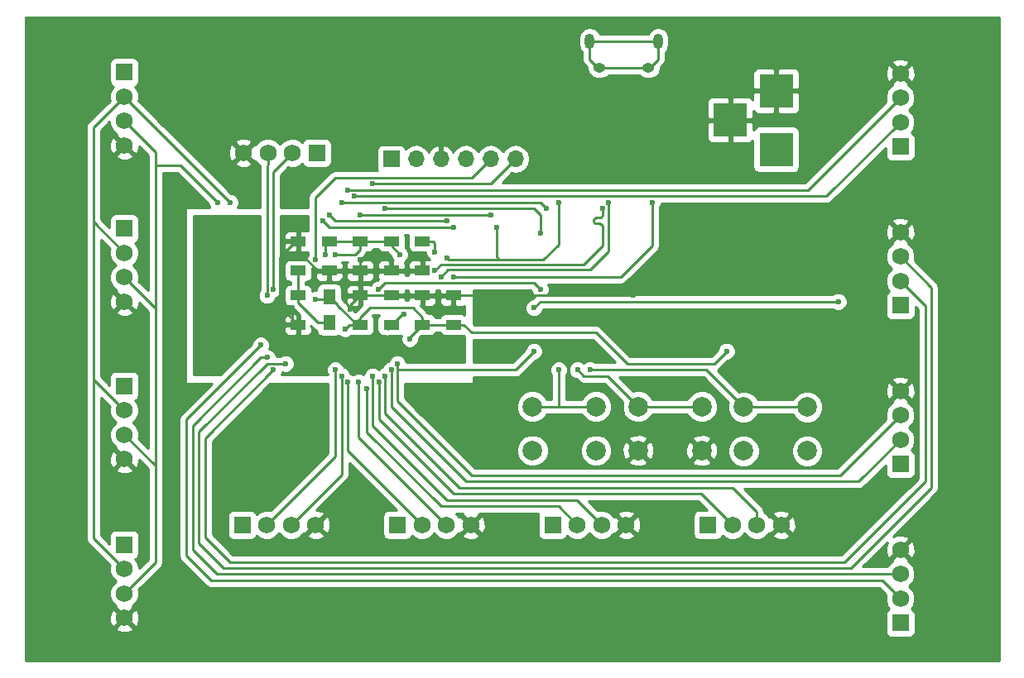
<source format=gbr>
G04 #@! TF.FileFunction,Copper,L2,Bot,Signal*
%FSLAX46Y46*%
G04 Gerber Fmt 4.6, Leading zero omitted, Abs format (unit mm)*
G04 Created by KiCad (PCBNEW 4.0.7) date Thu Oct  5 08:26:23 2017*
%MOMM*%
%LPD*%
G01*
G04 APERTURE LIST*
%ADD10C,0.100000*%
%ADD11C,2.000000*%
%ADD12R,1.750000X1.750000*%
%ADD13C,1.750000*%
%ADD14O,1.250000X0.950000*%
%ADD15O,1.000000X1.550000*%
%ADD16R,1.300000X1.500000*%
%ADD17R,3.500000X3.500000*%
%ADD18R,1.700000X1.700000*%
%ADD19O,1.700000X1.700000*%
%ADD20R,1.600000X1.000000*%
%ADD21C,0.600000*%
%ADD22C,0.254000*%
G04 APERTURE END LIST*
D10*
D11*
X163045000Y-113030000D03*
X163045000Y-108530000D03*
X169545000Y-113030000D03*
X169545000Y-108530000D03*
X152250000Y-113030000D03*
X152250000Y-108530000D03*
X158750000Y-113030000D03*
X158750000Y-108530000D03*
D12*
X110490000Y-90297000D03*
D13*
X110490000Y-92797000D03*
X110490000Y-95297000D03*
X110490000Y-97797000D03*
D12*
X110490000Y-106419000D03*
D13*
X110490000Y-108919000D03*
X110490000Y-111419000D03*
X110490000Y-113919000D03*
D12*
X189865000Y-81915000D03*
D13*
X189865000Y-79415000D03*
X189865000Y-76915000D03*
X189865000Y-74415000D03*
D12*
X189865000Y-98171000D03*
D13*
X189865000Y-95671000D03*
X189865000Y-93171000D03*
X189865000Y-90671000D03*
D12*
X189865000Y-114427000D03*
D13*
X189865000Y-111927000D03*
X189865000Y-109427000D03*
X189865000Y-106927000D03*
D12*
X189865000Y-130683000D03*
D13*
X189865000Y-128183000D03*
X189865000Y-125683000D03*
X189865000Y-123183000D03*
D12*
X122555000Y-120650000D03*
D13*
X125055000Y-120650000D03*
X127555000Y-120650000D03*
X130055000Y-120650000D03*
D12*
X138430000Y-120650000D03*
D13*
X140930000Y-120650000D03*
X143430000Y-120650000D03*
X145930000Y-120650000D03*
D12*
X154305000Y-120650000D03*
D13*
X156805000Y-120650000D03*
X159305000Y-120650000D03*
X161805000Y-120650000D03*
D12*
X170180000Y-120650000D03*
D13*
X172680000Y-120650000D03*
X175180000Y-120650000D03*
X177680000Y-120650000D03*
D12*
X110490000Y-74295000D03*
D13*
X110490000Y-76795000D03*
X110490000Y-79295000D03*
X110490000Y-81795000D03*
D12*
X110490000Y-122675000D03*
D13*
X110490000Y-125175000D03*
X110490000Y-127675000D03*
X110490000Y-130175000D03*
D14*
X164100000Y-73820000D03*
X159100000Y-73820000D03*
D15*
X165100000Y-71120000D03*
X158100000Y-71120000D03*
D11*
X173840000Y-113085000D03*
X173840000Y-108585000D03*
X180340000Y-113085000D03*
X180340000Y-108585000D03*
D12*
X130175000Y-82550000D03*
D13*
X127675000Y-82550000D03*
X125175000Y-82550000D03*
X122675000Y-82550000D03*
D16*
X131445000Y-97255000D03*
X131445000Y-99955000D03*
D17*
X177165000Y-82200000D03*
X177165000Y-76200000D03*
X172465000Y-79200000D03*
D18*
X137795000Y-83185000D03*
D19*
X140335000Y-83185000D03*
X142875000Y-83185000D03*
X145415000Y-83185000D03*
X147955000Y-83185000D03*
X150495000Y-83185000D03*
D20*
X137795000Y-100155000D03*
X137795000Y-97155000D03*
X137795000Y-91615000D03*
X137795000Y-94615000D03*
X140970000Y-100155000D03*
X140970000Y-97155000D03*
X134620000Y-100155000D03*
X134620000Y-97155000D03*
X144145000Y-100155000D03*
X144145000Y-97155000D03*
X128270000Y-97155000D03*
X128270000Y-100155000D03*
X128270000Y-94615000D03*
X128270000Y-91615000D03*
X131445000Y-91615000D03*
X131445000Y-94615000D03*
X140970000Y-91615000D03*
X140970000Y-94615000D03*
X134620000Y-91615000D03*
X134620000Y-94615000D03*
D21*
X118745000Y-100965000D03*
X127635000Y-98425000D03*
X162560000Y-97155000D03*
X134620000Y-93472000D03*
X133604000Y-98552000D03*
X172085000Y-102870000D03*
X131064000Y-92964000D03*
X132080000Y-92964000D03*
X138684000Y-92964000D03*
X130048000Y-97536000D03*
X133096000Y-100584000D03*
X139700000Y-101600000D03*
X133350000Y-86360000D03*
X133985000Y-86995000D03*
X183515000Y-97790000D03*
X152400000Y-98425000D03*
X127000000Y-104140000D03*
X125730000Y-104775000D03*
X138430000Y-104140000D03*
X152400000Y-102870000D03*
X137795000Y-104775000D03*
X125095000Y-103505000D03*
X124460000Y-102235000D03*
X132715000Y-105410000D03*
X132080000Y-104775000D03*
X134470016Y-106052990D03*
X133350000Y-106045000D03*
X135890000Y-105410000D03*
X135255000Y-106680000D03*
X137160000Y-105410000D03*
X136525000Y-106045000D03*
X120015000Y-87630000D03*
X131445000Y-88900000D03*
X143510000Y-89535000D03*
X121285000Y-87630000D03*
X130810000Y-89535000D03*
X144145000Y-90170000D03*
X144145000Y-95250000D03*
X164465000Y-87630000D03*
X143510000Y-93345000D03*
X148590000Y-90170000D03*
X154940000Y-87630000D03*
X153670000Y-88265000D03*
X158115000Y-104775000D03*
X132715000Y-87630000D03*
X154940000Y-104775000D03*
X156845000Y-104775000D03*
X130048000Y-93472000D03*
X153035000Y-90805000D03*
X137160000Y-88265000D03*
X139065000Y-99060000D03*
X142240000Y-92710000D03*
X136514430Y-96516964D03*
X153035000Y-96520000D03*
X147955000Y-88900000D03*
X134620000Y-88900000D03*
X125095000Y-97155000D03*
X125730000Y-96520000D03*
X135890000Y-85725000D03*
X159385000Y-88265000D03*
X142270002Y-94615000D03*
X160020000Y-87630000D03*
X142875000Y-95250000D03*
D22*
X127635000Y-98425000D02*
X127635000Y-99520000D01*
X127635000Y-99520000D02*
X128270000Y-100155000D01*
X149225000Y-97155000D02*
X162560000Y-97155000D01*
X149225000Y-97155000D02*
X149352000Y-97155000D01*
X144145000Y-97155000D02*
X149225000Y-97155000D01*
X128270000Y-92621962D02*
X128270000Y-91615000D01*
X131445000Y-94615000D02*
X130263038Y-94615000D01*
X130263038Y-94615000D02*
X128270000Y-92621962D01*
X128270000Y-100155000D02*
X128570000Y-100155000D01*
X126365000Y-98250000D02*
X128270000Y-100155000D01*
X128270000Y-91615000D02*
X127970000Y-91615000D01*
X127970000Y-91615000D02*
X126365000Y-93220000D01*
X126365000Y-93220000D02*
X126365000Y-98250000D01*
X126365000Y-98250000D02*
X127948967Y-99833967D01*
X133604000Y-98552000D02*
X133604000Y-98171000D01*
X133604000Y-98171000D02*
X134620000Y-97155000D01*
X137795000Y-97155000D02*
X140970000Y-97155000D01*
X134620000Y-97155000D02*
X137795000Y-97155000D01*
X144145000Y-97155000D02*
X141724010Y-97155000D01*
X131445000Y-94615000D02*
X134620000Y-94615000D01*
X137795000Y-94615000D02*
X140970000Y-94615000D01*
X134620000Y-93472000D02*
X134620000Y-94615000D01*
X134620000Y-94615000D02*
X134320000Y-94615000D01*
X134620000Y-94615000D02*
X137795000Y-94615000D01*
X161925000Y-104140000D02*
X170815000Y-104140000D01*
X170815000Y-104140000D02*
X172085000Y-102870000D01*
X134620000Y-91615000D02*
X134620000Y-92456000D01*
X134620000Y-91615000D02*
X133937000Y-91615000D01*
X134620000Y-91615000D02*
X134445000Y-91615000D01*
X134620000Y-91615000D02*
X137795000Y-91615000D01*
X144145000Y-100155000D02*
X145199000Y-100155000D01*
X140001999Y-98432999D02*
X135588001Y-98432999D01*
X140970000Y-99401000D02*
X140001999Y-98432999D01*
X134620000Y-99401000D02*
X134620000Y-100155000D01*
X135588001Y-98432999D02*
X134620000Y-99401000D01*
X140970000Y-100155000D02*
X140970000Y-99401000D01*
X131064000Y-92964000D02*
X131064000Y-91996000D01*
X131064000Y-91996000D02*
X131445000Y-91615000D01*
X134112000Y-92964000D02*
X132080000Y-92964000D01*
X134620000Y-92456000D02*
X134112000Y-92964000D01*
X134620000Y-100155000D02*
X134320000Y-100155000D01*
X134320000Y-100155000D02*
X132349000Y-98184000D01*
X132349000Y-98184000D02*
X132349000Y-98159000D01*
X132349000Y-98159000D02*
X131445000Y-97255000D01*
X131445000Y-97255000D02*
X131445000Y-97155000D01*
X137795000Y-91615000D02*
X137795000Y-92075000D01*
X137795000Y-92075000D02*
X138684000Y-92964000D01*
X131112000Y-91948000D02*
X131445000Y-91615000D01*
X130048000Y-97536000D02*
X131064000Y-97536000D01*
X131064000Y-97536000D02*
X131445000Y-97155000D01*
X134620000Y-100155000D02*
X133525000Y-100155000D01*
X133525000Y-100155000D02*
X133096000Y-100584000D01*
X134445000Y-100330000D02*
X134620000Y-100155000D01*
X144145000Y-100155000D02*
X140970000Y-100155000D01*
X139700000Y-101600000D02*
X139700000Y-101425000D01*
X139700000Y-101425000D02*
X140970000Y-100155000D01*
X140970000Y-99925000D02*
X141270000Y-99925000D01*
X134390000Y-99695000D02*
X134620000Y-99925000D01*
X144145000Y-100030000D02*
X144145000Y-100155000D01*
X131445000Y-91615000D02*
X134620000Y-91615000D01*
X146009000Y-100965000D02*
X158750000Y-100965000D01*
X145199000Y-100155000D02*
X146009000Y-100965000D01*
X158750000Y-100965000D02*
X161925000Y-104140000D01*
X133985000Y-86360000D02*
X133350000Y-86360000D01*
X180420000Y-86360000D02*
X189865000Y-76915000D01*
X133985000Y-86360000D02*
X180420000Y-86360000D01*
X182285000Y-86995000D02*
X133985000Y-86995000D01*
X189865000Y-79415000D02*
X182285000Y-86995000D01*
X153035000Y-97790000D02*
X183515000Y-97790000D01*
X153035000Y-97790000D02*
X152400000Y-98425000D01*
X125095000Y-104140000D02*
X127000000Y-104140000D01*
X118110000Y-111125000D02*
X125095000Y-104140000D01*
X120650000Y-125095000D02*
X120015000Y-124460000D01*
X184785000Y-125095000D02*
X120650000Y-125095000D01*
X185420000Y-124460000D02*
X184785000Y-125095000D01*
X118110000Y-122555000D02*
X118110000Y-111125000D01*
X120015000Y-124460000D02*
X118110000Y-122555000D01*
X193040000Y-116840000D02*
X185420000Y-124460000D01*
X193040000Y-96346000D02*
X193040000Y-116840000D01*
X189865000Y-93171000D02*
X193040000Y-96346000D01*
X118745000Y-111760000D02*
X125730000Y-104775000D01*
X118745000Y-116840000D02*
X118745000Y-111760000D01*
X118745000Y-116840000D02*
X118745000Y-121920000D01*
X118745000Y-121920000D02*
X121285000Y-124460000D01*
X121285000Y-124460000D02*
X184150000Y-124460000D01*
X184150000Y-124460000D02*
X192405000Y-116205000D01*
X192405000Y-116205000D02*
X192405000Y-98211000D01*
X192405000Y-98211000D02*
X189865000Y-95671000D01*
X138430000Y-104775000D02*
X138430000Y-104140000D01*
X138430000Y-107950000D02*
X138430000Y-104775000D01*
X138430000Y-104775000D02*
X150495000Y-104775000D01*
X150495000Y-104775000D02*
X152400000Y-102870000D01*
X151130000Y-104140000D02*
X152400000Y-102870000D01*
X138430000Y-107950000D02*
X146050000Y-115570000D01*
X146050000Y-115570000D02*
X183722000Y-115570000D01*
X183722000Y-115570000D02*
X189865000Y-109427000D01*
X137795000Y-108585000D02*
X137795000Y-104775000D01*
X137795000Y-108585000D02*
X145415000Y-116205000D01*
X145415000Y-116205000D02*
X185587000Y-116205000D01*
X185587000Y-116205000D02*
X189865000Y-111927000D01*
X124460000Y-103505000D02*
X125095000Y-103505000D01*
X117475000Y-110490000D02*
X124460000Y-103505000D01*
X117475000Y-123190000D02*
X117475000Y-110490000D01*
X189865000Y-125683000D02*
X119968000Y-125683000D01*
X119968000Y-125683000D02*
X117475000Y-123190000D01*
X123190000Y-103505000D02*
X124460000Y-102235000D01*
X116840000Y-109855000D02*
X123190000Y-103505000D01*
X116840000Y-123825000D02*
X116840000Y-109855000D01*
X119380000Y-126365000D02*
X116840000Y-123825000D01*
X189865000Y-128183000D02*
X188047000Y-126365000D01*
X188047000Y-126365000D02*
X119380000Y-126365000D01*
X132715000Y-105410000D02*
X132715000Y-115490000D01*
X132715000Y-115490000D02*
X127555000Y-120650000D01*
X132080000Y-104775000D02*
X132080000Y-113625000D01*
X132080000Y-113625000D02*
X125055000Y-120650000D01*
X134470016Y-111690016D02*
X134470016Y-106052990D01*
X143430000Y-120650000D02*
X134470016Y-111690016D01*
X133350000Y-106045000D02*
X133350000Y-113070000D01*
X133350000Y-113070000D02*
X140930000Y-120650000D01*
X143510000Y-118110000D02*
X156765000Y-118110000D01*
X135896989Y-110496989D02*
X143510000Y-118110000D01*
X135896989Y-105841253D02*
X135896989Y-110496989D01*
X135890000Y-105410000D02*
X135890000Y-105834264D01*
X135890000Y-105834264D02*
X135896989Y-105841253D01*
X156765000Y-118110000D02*
X159305000Y-120650000D01*
X135269987Y-111139987D02*
X135269987Y-106694987D01*
X135269987Y-106694987D02*
X135255000Y-106680000D01*
X142875000Y-118745000D02*
X135269987Y-111139987D01*
X154900000Y-118745000D02*
X142875000Y-118745000D01*
X156805000Y-120650000D02*
X154900000Y-118745000D01*
X175180000Y-120650000D02*
X175180000Y-119300000D01*
X175180000Y-119300000D02*
X172720000Y-116840000D01*
X172720000Y-116840000D02*
X144780000Y-116840000D01*
X144780000Y-116840000D02*
X137160000Y-109220000D01*
X137160000Y-109220000D02*
X137160000Y-105410000D01*
X136525000Y-106045000D02*
X136525000Y-109855000D01*
X144145000Y-117475000D02*
X169505000Y-117475000D01*
X136525000Y-109855000D02*
X144145000Y-117475000D01*
X169505000Y-117475000D02*
X172680000Y-120650000D01*
X143510000Y-89535000D02*
X132080000Y-89535000D01*
X132080000Y-89535000D02*
X131445000Y-88900000D01*
X116205000Y-83820000D02*
X120015000Y-87630000D01*
X113665000Y-83820000D02*
X113665000Y-101600000D01*
X113665000Y-82470000D02*
X113665000Y-83820000D01*
X113665000Y-83820000D02*
X116205000Y-83820000D01*
X113665000Y-98472000D02*
X113665000Y-101600000D01*
X113665000Y-101600000D02*
X113665000Y-115570000D01*
X113665000Y-115570000D02*
X113665000Y-124500000D01*
X110490000Y-111419000D02*
X113665000Y-114594000D01*
X113665000Y-114594000D02*
X113665000Y-115570000D01*
X110490000Y-95297000D02*
X113665000Y-98472000D01*
X110490000Y-79295000D02*
X113665000Y-82470000D01*
X113665000Y-124500000D02*
X110490000Y-127675000D01*
X121285000Y-87630000D02*
X110490000Y-76835000D01*
X110490000Y-76835000D02*
X110490000Y-76795000D01*
X131445000Y-90170000D02*
X130810000Y-89535000D01*
X144145000Y-90170000D02*
X131445000Y-90170000D01*
X107315000Y-104775000D02*
X107315000Y-122000000D01*
X107315000Y-89535000D02*
X107315000Y-104775000D01*
X107315000Y-104775000D02*
X107315000Y-105744000D01*
X107315000Y-105744000D02*
X110490000Y-108919000D01*
X107315000Y-79970000D02*
X107315000Y-89535000D01*
X107315000Y-89535000D02*
X107315000Y-89622000D01*
X107315000Y-89622000D02*
X110490000Y-92797000D01*
X107315000Y-122000000D02*
X110490000Y-125175000D01*
X110490000Y-76795000D02*
X107315000Y-79970000D01*
X161290000Y-95250000D02*
X144145000Y-95250000D01*
X164465000Y-92075000D02*
X161290000Y-95250000D01*
X164465000Y-87630000D02*
X164465000Y-92075000D01*
X148844000Y-93525989D02*
X143690989Y-93525989D01*
X143690989Y-93525989D02*
X143510000Y-93345000D01*
X148844000Y-93525989D02*
X148590000Y-93271989D01*
X148590000Y-93271989D02*
X148590000Y-90170000D01*
X153362011Y-93525989D02*
X148844000Y-93525989D01*
X154940000Y-87630000D02*
X154940000Y-91948000D01*
X154940000Y-91948000D02*
X153362011Y-93525989D01*
X170030000Y-104775000D02*
X158115000Y-104775000D01*
X173840000Y-108585000D02*
X170030000Y-104775000D01*
X173840000Y-108585000D02*
X180340000Y-108585000D01*
X153035000Y-87630000D02*
X153670000Y-88265000D01*
X132715000Y-87630000D02*
X153035000Y-87630000D01*
X154940000Y-108530000D02*
X158750000Y-108530000D01*
X154940000Y-108530000D02*
X154940000Y-104775000D01*
X152250000Y-108530000D02*
X154940000Y-108530000D01*
X152400000Y-107745000D02*
X152250000Y-107895000D01*
X159925000Y-105410000D02*
X157480000Y-105410000D01*
X157480000Y-105410000D02*
X156845000Y-104775000D01*
X163045000Y-108530000D02*
X159925000Y-105410000D01*
X163045000Y-108530000D02*
X169545000Y-108530000D01*
X130048000Y-93472000D02*
X130048000Y-87122000D01*
X130048000Y-87122000D02*
X132080000Y-85090000D01*
X132080000Y-85090000D02*
X146050000Y-85090000D01*
X146050000Y-85090000D02*
X147955000Y-83185000D01*
X153035000Y-90805000D02*
X153035000Y-88900000D01*
X152400000Y-88265000D02*
X153035000Y-88900000D01*
X137160000Y-88265000D02*
X152400000Y-88265000D01*
X139065000Y-99060000D02*
X138890000Y-99060000D01*
X138890000Y-99060000D02*
X137795000Y-100155000D01*
X137366000Y-100584000D02*
X137795000Y-100155000D01*
X142240000Y-92710000D02*
X142240000Y-91831000D01*
X142240000Y-91831000D02*
X142024000Y-91615000D01*
X142024000Y-91615000D02*
X140970000Y-91615000D01*
X152400000Y-95885000D02*
X137146394Y-95885000D01*
X137146394Y-95885000D02*
X136514430Y-96516964D01*
X153035000Y-96520000D02*
X152400000Y-95885000D01*
X134620000Y-88900000D02*
X147955000Y-88900000D01*
X128270000Y-97155000D02*
X128270000Y-97909000D01*
X128270000Y-97909000D02*
X130316000Y-99955000D01*
X130316000Y-99955000D02*
X131445000Y-99955000D01*
X128270000Y-97155000D02*
X128570000Y-97155000D01*
X128270000Y-94615000D02*
X128270000Y-97155000D01*
X125095000Y-83867436D02*
X125175000Y-83787436D01*
X125175000Y-83787436D02*
X125175000Y-82550000D01*
X125095000Y-97155000D02*
X125095000Y-83867436D01*
X125095000Y-82630000D02*
X125175000Y-82550000D01*
X125730000Y-96520000D02*
X125730000Y-84495000D01*
X125730000Y-84495000D02*
X127675000Y-82550000D01*
X158100000Y-71120000D02*
X165100000Y-71120000D01*
X165100000Y-71120000D02*
X165100000Y-72970000D01*
X165100000Y-72970000D02*
X164250000Y-73820000D01*
X164250000Y-73820000D02*
X164100000Y-73820000D01*
X159100000Y-73820000D02*
X164100000Y-73820000D01*
X158100000Y-71120000D02*
X158100000Y-72970000D01*
X158100000Y-72970000D02*
X158950000Y-73820000D01*
X158950000Y-73820000D02*
X159100000Y-73820000D01*
X135890000Y-85725000D02*
X147955000Y-85725000D01*
X147955000Y-85725000D02*
X150495000Y-83185000D01*
X158596870Y-89734549D02*
X158653751Y-89770290D01*
X159385000Y-88265000D02*
X159385000Y-88900000D01*
X159385000Y-88900000D02*
X159377478Y-88966756D01*
X158717160Y-89207521D02*
X158653751Y-89229709D01*
X159377478Y-88966756D02*
X159355290Y-89030165D01*
X159377478Y-90033243D02*
X159385000Y-90100000D01*
X159355290Y-89030165D02*
X159319549Y-89087046D01*
X159319549Y-89087046D02*
X159272046Y-89134549D01*
X158783917Y-89200000D02*
X158717160Y-89207521D01*
X159085000Y-89800000D02*
X159151756Y-89807521D01*
X159272046Y-89134549D02*
X159215165Y-89170290D01*
X159215165Y-89829709D02*
X159272046Y-89865450D01*
X159215165Y-89170290D02*
X159151756Y-89192478D01*
X158491438Y-89433243D02*
X158483917Y-89500000D01*
X159151756Y-89192478D02*
X159085000Y-89200000D01*
X159085000Y-89200000D02*
X158783917Y-89200000D01*
X158483917Y-89500000D02*
X158491438Y-89566756D01*
X157480000Y-93980000D02*
X142905002Y-93980000D01*
X158549367Y-89687046D02*
X158596870Y-89734549D01*
X158549367Y-89312953D02*
X158513626Y-89369834D01*
X158653751Y-89229709D02*
X158596870Y-89265450D01*
X158596870Y-89265450D02*
X158549367Y-89312953D01*
X159272046Y-89865450D02*
X159319549Y-89912953D01*
X158513626Y-89369834D02*
X158491438Y-89433243D01*
X158491438Y-89566756D02*
X158513626Y-89630165D01*
X158717160Y-89792478D02*
X158783917Y-89800000D01*
X158513626Y-89630165D02*
X158549367Y-89687046D01*
X158653751Y-89770290D02*
X158717160Y-89792478D01*
X158783917Y-89800000D02*
X159085000Y-89800000D01*
X159151756Y-89807521D02*
X159215165Y-89829709D01*
X159355290Y-89969834D02*
X159377478Y-90033243D01*
X159319549Y-89912953D02*
X159355290Y-89969834D01*
X159385000Y-90100000D02*
X159385000Y-92075000D01*
X159385000Y-92075000D02*
X157480000Y-93980000D01*
X142905002Y-93980000D02*
X142270002Y-94615000D01*
X158115000Y-94541989D02*
X143583011Y-94541989D01*
X160020000Y-87630000D02*
X160020000Y-92636989D01*
X160020000Y-92636989D02*
X158115000Y-94541989D01*
X143583011Y-94541989D02*
X142875000Y-95250000D01*
G36*
X199950000Y-134545000D02*
X100405000Y-134545000D01*
X100405000Y-131237060D01*
X109607545Y-131237060D01*
X109690884Y-131490953D01*
X110255306Y-131696590D01*
X110855458Y-131670579D01*
X111289116Y-131490953D01*
X111372455Y-131237060D01*
X110490000Y-130354605D01*
X109607545Y-131237060D01*
X100405000Y-131237060D01*
X100405000Y-129940306D01*
X108968410Y-129940306D01*
X108994421Y-130540458D01*
X109174047Y-130974116D01*
X109427940Y-131057455D01*
X110310395Y-130175000D01*
X110669605Y-130175000D01*
X111552060Y-131057455D01*
X111805953Y-130974116D01*
X112011590Y-130409694D01*
X111985579Y-129809542D01*
X111805953Y-129375884D01*
X111552060Y-129292545D01*
X110669605Y-130175000D01*
X110310395Y-130175000D01*
X109427940Y-129292545D01*
X109174047Y-129375884D01*
X108968410Y-129940306D01*
X100405000Y-129940306D01*
X100405000Y-79970000D01*
X106553000Y-79970000D01*
X106553000Y-122000000D01*
X106611004Y-122291605D01*
X106722731Y-122458815D01*
X106776185Y-122538815D01*
X109018532Y-124781162D01*
X108980262Y-124873325D01*
X108979738Y-125474040D01*
X109209138Y-126029229D01*
X109604536Y-126425318D01*
X109210630Y-126818537D01*
X108980262Y-127373325D01*
X108979738Y-127974040D01*
X109209138Y-128529229D01*
X109633537Y-128954370D01*
X109656469Y-128963892D01*
X109607545Y-129112940D01*
X110490000Y-129995395D01*
X111372455Y-129112940D01*
X111323682Y-128964352D01*
X111344229Y-128955862D01*
X111769370Y-128531463D01*
X111999738Y-127976675D01*
X112000262Y-127375960D01*
X111961202Y-127281428D01*
X114203815Y-125038815D01*
X114368996Y-124791605D01*
X114427000Y-124500000D01*
X114427000Y-84582000D01*
X115889370Y-84582000D01*
X119079875Y-87772506D01*
X119079838Y-87815167D01*
X119213230Y-88138000D01*
X116840000Y-88138000D01*
X116793841Y-88146685D01*
X116751447Y-88173965D01*
X116723006Y-88215590D01*
X116713000Y-88265000D01*
X116713000Y-106045000D01*
X116721685Y-106091159D01*
X116748965Y-106133553D01*
X116790590Y-106161994D01*
X116840000Y-106172000D01*
X119445370Y-106172000D01*
X116301185Y-109316185D01*
X116136004Y-109563395D01*
X116078000Y-109855000D01*
X116078000Y-123825000D01*
X116136004Y-124116605D01*
X116197337Y-124208396D01*
X116301185Y-124363815D01*
X118841184Y-126903815D01*
X118928818Y-126962370D01*
X119088395Y-127068996D01*
X119380000Y-127127000D01*
X187731370Y-127127000D01*
X188393531Y-127789162D01*
X188355262Y-127881325D01*
X188354738Y-128482040D01*
X188584138Y-129037229D01*
X188752717Y-129206103D01*
X188538559Y-129343910D01*
X188393569Y-129556110D01*
X188342560Y-129808000D01*
X188342560Y-131558000D01*
X188386838Y-131793317D01*
X188525910Y-132009441D01*
X188738110Y-132154431D01*
X188990000Y-132205440D01*
X190740000Y-132205440D01*
X190975317Y-132161162D01*
X191191441Y-132022090D01*
X191336431Y-131809890D01*
X191387440Y-131558000D01*
X191387440Y-129808000D01*
X191343162Y-129572683D01*
X191204090Y-129356559D01*
X190991890Y-129211569D01*
X190975324Y-129208214D01*
X191144370Y-129039463D01*
X191374738Y-128484675D01*
X191375262Y-127883960D01*
X191145862Y-127328771D01*
X190750464Y-126932682D01*
X191144370Y-126539463D01*
X191374738Y-125984675D01*
X191375262Y-125383960D01*
X191145862Y-124828771D01*
X190721463Y-124403630D01*
X190698531Y-124394108D01*
X190747455Y-124245060D01*
X189865000Y-123362605D01*
X188982545Y-124245060D01*
X189031318Y-124393648D01*
X189010771Y-124402138D01*
X188585630Y-124826537D01*
X188546406Y-124921000D01*
X186036630Y-124921000D01*
X188534891Y-122422740D01*
X188343410Y-122948306D01*
X188369421Y-123548458D01*
X188549047Y-123982116D01*
X188802940Y-124065455D01*
X189685395Y-123183000D01*
X190044605Y-123183000D01*
X190927060Y-124065455D01*
X191180953Y-123982116D01*
X191386590Y-123417694D01*
X191360579Y-122817542D01*
X191180953Y-122383884D01*
X190927060Y-122300545D01*
X190044605Y-123183000D01*
X189685395Y-123183000D01*
X189671253Y-123168858D01*
X189850858Y-122989253D01*
X189865000Y-123003395D01*
X190747455Y-122120940D01*
X190664116Y-121867047D01*
X190099694Y-121661410D01*
X189499542Y-121687421D01*
X189108048Y-121849582D01*
X193578815Y-117378816D01*
X193743996Y-117131605D01*
X193743996Y-117131604D01*
X193802000Y-116840000D01*
X193802000Y-96346000D01*
X193743996Y-96054395D01*
X193578815Y-95807185D01*
X191336468Y-93564838D01*
X191374738Y-93472675D01*
X191375262Y-92871960D01*
X191145862Y-92316771D01*
X190721463Y-91891630D01*
X190698531Y-91882108D01*
X190747455Y-91733060D01*
X189865000Y-90850605D01*
X188982545Y-91733060D01*
X189031318Y-91881648D01*
X189010771Y-91890138D01*
X188585630Y-92314537D01*
X188355262Y-92869325D01*
X188354738Y-93470040D01*
X188584138Y-94025229D01*
X188979536Y-94421318D01*
X188585630Y-94814537D01*
X188355262Y-95369325D01*
X188354738Y-95970040D01*
X188584138Y-96525229D01*
X188752717Y-96694103D01*
X188538559Y-96831910D01*
X188393569Y-97044110D01*
X188342560Y-97296000D01*
X188342560Y-99046000D01*
X188386838Y-99281317D01*
X188525910Y-99497441D01*
X188738110Y-99642431D01*
X188990000Y-99693440D01*
X190740000Y-99693440D01*
X190975317Y-99649162D01*
X191191441Y-99510090D01*
X191336431Y-99297890D01*
X191387440Y-99046000D01*
X191387440Y-98271071D01*
X191643000Y-98526631D01*
X191643000Y-115889370D01*
X183834370Y-123698000D01*
X121600631Y-123698000D01*
X119507000Y-121604370D01*
X119507000Y-112075630D01*
X125410631Y-106172000D01*
X131318000Y-106172000D01*
X131318000Y-113309369D01*
X125448838Y-119178532D01*
X125356675Y-119140262D01*
X124755960Y-119139738D01*
X124200771Y-119369138D01*
X124031897Y-119537717D01*
X123894090Y-119323559D01*
X123681890Y-119178569D01*
X123430000Y-119127560D01*
X121680000Y-119127560D01*
X121444683Y-119171838D01*
X121228559Y-119310910D01*
X121083569Y-119523110D01*
X121032560Y-119775000D01*
X121032560Y-121525000D01*
X121076838Y-121760317D01*
X121215910Y-121976441D01*
X121428110Y-122121431D01*
X121680000Y-122172440D01*
X123430000Y-122172440D01*
X123665317Y-122128162D01*
X123881441Y-121989090D01*
X124026431Y-121776890D01*
X124029786Y-121760324D01*
X124198537Y-121929370D01*
X124753325Y-122159738D01*
X125354040Y-122160262D01*
X125909229Y-121930862D01*
X126305318Y-121535464D01*
X126698537Y-121929370D01*
X127253325Y-122159738D01*
X127854040Y-122160262D01*
X128409229Y-121930862D01*
X128628413Y-121712060D01*
X129172545Y-121712060D01*
X129255884Y-121965953D01*
X129820306Y-122171590D01*
X130420458Y-122145579D01*
X130854116Y-121965953D01*
X130937455Y-121712060D01*
X130055000Y-120829605D01*
X129172545Y-121712060D01*
X128628413Y-121712060D01*
X128834370Y-121506463D01*
X128843892Y-121483531D01*
X128992940Y-121532455D01*
X129875395Y-120650000D01*
X130234605Y-120650000D01*
X131117060Y-121532455D01*
X131370953Y-121449116D01*
X131576590Y-120884694D01*
X131550579Y-120284542D01*
X131370953Y-119850884D01*
X131117060Y-119767545D01*
X130234605Y-120650000D01*
X129875395Y-120650000D01*
X129861253Y-120635858D01*
X130040858Y-120456253D01*
X130055000Y-120470395D01*
X130937455Y-119587940D01*
X130854116Y-119334047D01*
X130289694Y-119128410D01*
X130148082Y-119134548D01*
X133253815Y-116028815D01*
X133306852Y-115949440D01*
X133418996Y-115781605D01*
X133477000Y-115490000D01*
X133477000Y-114274630D01*
X138329929Y-119127560D01*
X137555000Y-119127560D01*
X137319683Y-119171838D01*
X137103559Y-119310910D01*
X136958569Y-119523110D01*
X136907560Y-119775000D01*
X136907560Y-121525000D01*
X136951838Y-121760317D01*
X137090910Y-121976441D01*
X137303110Y-122121431D01*
X137555000Y-122172440D01*
X139305000Y-122172440D01*
X139540317Y-122128162D01*
X139756441Y-121989090D01*
X139901431Y-121776890D01*
X139904786Y-121760324D01*
X140073537Y-121929370D01*
X140628325Y-122159738D01*
X141229040Y-122160262D01*
X141784229Y-121930862D01*
X142180318Y-121535464D01*
X142573537Y-121929370D01*
X143128325Y-122159738D01*
X143729040Y-122160262D01*
X144284229Y-121930862D01*
X144503413Y-121712060D01*
X145047545Y-121712060D01*
X145130884Y-121965953D01*
X145695306Y-122171590D01*
X146295458Y-122145579D01*
X146729116Y-121965953D01*
X146812455Y-121712060D01*
X145930000Y-120829605D01*
X145047545Y-121712060D01*
X144503413Y-121712060D01*
X144709370Y-121506463D01*
X144718892Y-121483531D01*
X144867940Y-121532455D01*
X145750395Y-120650000D01*
X146109605Y-120650000D01*
X146992060Y-121532455D01*
X147245953Y-121449116D01*
X147451590Y-120884694D01*
X147425579Y-120284542D01*
X147245953Y-119850884D01*
X146992060Y-119767545D01*
X146109605Y-120650000D01*
X145750395Y-120650000D01*
X144867940Y-119767545D01*
X144719352Y-119816318D01*
X144710862Y-119795771D01*
X144422595Y-119507000D01*
X145074113Y-119507000D01*
X145047545Y-119587940D01*
X145930000Y-120470395D01*
X146812455Y-119587940D01*
X146785887Y-119507000D01*
X152844576Y-119507000D01*
X152833569Y-119523110D01*
X152782560Y-119775000D01*
X152782560Y-121525000D01*
X152826838Y-121760317D01*
X152965910Y-121976441D01*
X153178110Y-122121431D01*
X153430000Y-122172440D01*
X155180000Y-122172440D01*
X155415317Y-122128162D01*
X155631441Y-121989090D01*
X155776431Y-121776890D01*
X155779786Y-121760324D01*
X155948537Y-121929370D01*
X156503325Y-122159738D01*
X157104040Y-122160262D01*
X157659229Y-121930862D01*
X158055318Y-121535464D01*
X158448537Y-121929370D01*
X159003325Y-122159738D01*
X159604040Y-122160262D01*
X160159229Y-121930862D01*
X160378413Y-121712060D01*
X160922545Y-121712060D01*
X161005884Y-121965953D01*
X161570306Y-122171590D01*
X162170458Y-122145579D01*
X162604116Y-121965953D01*
X162687455Y-121712060D01*
X161805000Y-120829605D01*
X160922545Y-121712060D01*
X160378413Y-121712060D01*
X160584370Y-121506463D01*
X160593892Y-121483531D01*
X160742940Y-121532455D01*
X161625395Y-120650000D01*
X161984605Y-120650000D01*
X162867060Y-121532455D01*
X163120953Y-121449116D01*
X163326590Y-120884694D01*
X163300579Y-120284542D01*
X163120953Y-119850884D01*
X162867060Y-119767545D01*
X161984605Y-120650000D01*
X161625395Y-120650000D01*
X160742940Y-119767545D01*
X160594352Y-119816318D01*
X160585862Y-119795771D01*
X160378394Y-119587940D01*
X160922545Y-119587940D01*
X161805000Y-120470395D01*
X162687455Y-119587940D01*
X162604116Y-119334047D01*
X162039694Y-119128410D01*
X161439542Y-119154421D01*
X161005884Y-119334047D01*
X160922545Y-119587940D01*
X160378394Y-119587940D01*
X160161463Y-119370630D01*
X159606675Y-119140262D01*
X159005960Y-119139738D01*
X158911428Y-119178798D01*
X157969630Y-118237000D01*
X169189370Y-118237000D01*
X170079930Y-119127560D01*
X169305000Y-119127560D01*
X169069683Y-119171838D01*
X168853559Y-119310910D01*
X168708569Y-119523110D01*
X168657560Y-119775000D01*
X168657560Y-121525000D01*
X168701838Y-121760317D01*
X168840910Y-121976441D01*
X169053110Y-122121431D01*
X169305000Y-122172440D01*
X171055000Y-122172440D01*
X171290317Y-122128162D01*
X171506441Y-121989090D01*
X171651431Y-121776890D01*
X171654786Y-121760324D01*
X171823537Y-121929370D01*
X172378325Y-122159738D01*
X172979040Y-122160262D01*
X173534229Y-121930862D01*
X173930318Y-121535464D01*
X174323537Y-121929370D01*
X174878325Y-122159738D01*
X175479040Y-122160262D01*
X176034229Y-121930862D01*
X176253413Y-121712060D01*
X176797545Y-121712060D01*
X176880884Y-121965953D01*
X177445306Y-122171590D01*
X178045458Y-122145579D01*
X178479116Y-121965953D01*
X178562455Y-121712060D01*
X177680000Y-120829605D01*
X176797545Y-121712060D01*
X176253413Y-121712060D01*
X176459370Y-121506463D01*
X176468892Y-121483531D01*
X176617940Y-121532455D01*
X177500395Y-120650000D01*
X177859605Y-120650000D01*
X178742060Y-121532455D01*
X178995953Y-121449116D01*
X179201590Y-120884694D01*
X179175579Y-120284542D01*
X178995953Y-119850884D01*
X178742060Y-119767545D01*
X177859605Y-120650000D01*
X177500395Y-120650000D01*
X176617940Y-119767545D01*
X176469352Y-119816318D01*
X176460862Y-119795771D01*
X176253394Y-119587940D01*
X176797545Y-119587940D01*
X177680000Y-120470395D01*
X178562455Y-119587940D01*
X178479116Y-119334047D01*
X177914694Y-119128410D01*
X177314542Y-119154421D01*
X176880884Y-119334047D01*
X176797545Y-119587940D01*
X176253394Y-119587940D01*
X176036463Y-119370630D01*
X175942000Y-119331406D01*
X175942000Y-119300000D01*
X175883996Y-119008395D01*
X175718815Y-118761184D01*
X173924630Y-116967000D01*
X185587000Y-116967000D01*
X185878605Y-116908996D01*
X186125815Y-116743815D01*
X188342560Y-114527071D01*
X188342560Y-115302000D01*
X188386838Y-115537317D01*
X188525910Y-115753441D01*
X188738110Y-115898431D01*
X188990000Y-115949440D01*
X190740000Y-115949440D01*
X190975317Y-115905162D01*
X191191441Y-115766090D01*
X191336431Y-115553890D01*
X191387440Y-115302000D01*
X191387440Y-113552000D01*
X191343162Y-113316683D01*
X191204090Y-113100559D01*
X190991890Y-112955569D01*
X190975324Y-112952214D01*
X191144370Y-112783463D01*
X191374738Y-112228675D01*
X191375262Y-111627960D01*
X191145862Y-111072771D01*
X190750464Y-110676682D01*
X191144370Y-110283463D01*
X191374738Y-109728675D01*
X191375262Y-109127960D01*
X191145862Y-108572771D01*
X190721463Y-108147630D01*
X190698531Y-108138108D01*
X190747455Y-107989060D01*
X189865000Y-107106605D01*
X188982545Y-107989060D01*
X189031318Y-108137648D01*
X189010771Y-108146138D01*
X188585630Y-108570537D01*
X188355262Y-109125325D01*
X188354738Y-109726040D01*
X188393798Y-109820572D01*
X183406370Y-114808000D01*
X146365631Y-114808000D01*
X144911426Y-113353795D01*
X150614716Y-113353795D01*
X150863106Y-113954943D01*
X151322637Y-114415278D01*
X151923352Y-114664716D01*
X152573795Y-114665284D01*
X153174943Y-114416894D01*
X153635278Y-113957363D01*
X153884716Y-113356648D01*
X153884718Y-113353795D01*
X157114716Y-113353795D01*
X157363106Y-113954943D01*
X157822637Y-114415278D01*
X158423352Y-114664716D01*
X159073795Y-114665284D01*
X159674943Y-114416894D01*
X159909715Y-114182532D01*
X162072073Y-114182532D01*
X162170736Y-114449387D01*
X162780461Y-114675908D01*
X163430460Y-114651856D01*
X163919264Y-114449387D01*
X164017927Y-114182532D01*
X168572073Y-114182532D01*
X168670736Y-114449387D01*
X169280461Y-114675908D01*
X169930460Y-114651856D01*
X170419264Y-114449387D01*
X170517927Y-114182532D01*
X169545000Y-113209605D01*
X168572073Y-114182532D01*
X164017927Y-114182532D01*
X163045000Y-113209605D01*
X162072073Y-114182532D01*
X159909715Y-114182532D01*
X160135278Y-113957363D01*
X160384716Y-113356648D01*
X160385232Y-112765461D01*
X161399092Y-112765461D01*
X161423144Y-113415460D01*
X161625613Y-113904264D01*
X161892468Y-114002927D01*
X162865395Y-113030000D01*
X163224605Y-113030000D01*
X164197532Y-114002927D01*
X164464387Y-113904264D01*
X164690908Y-113294539D01*
X164671331Y-112765461D01*
X167899092Y-112765461D01*
X167923144Y-113415460D01*
X168125613Y-113904264D01*
X168392468Y-114002927D01*
X169365395Y-113030000D01*
X169724605Y-113030000D01*
X170697532Y-114002927D01*
X170964387Y-113904264D01*
X171148460Y-113408795D01*
X172204716Y-113408795D01*
X172453106Y-114009943D01*
X172912637Y-114470278D01*
X173513352Y-114719716D01*
X174163795Y-114720284D01*
X174764943Y-114471894D01*
X175225278Y-114012363D01*
X175474716Y-113411648D01*
X175474718Y-113408795D01*
X178704716Y-113408795D01*
X178953106Y-114009943D01*
X179412637Y-114470278D01*
X180013352Y-114719716D01*
X180663795Y-114720284D01*
X181264943Y-114471894D01*
X181725278Y-114012363D01*
X181974716Y-113411648D01*
X181975284Y-112761205D01*
X181726894Y-112160057D01*
X181267363Y-111699722D01*
X180666648Y-111450284D01*
X180016205Y-111449716D01*
X179415057Y-111698106D01*
X178954722Y-112157637D01*
X178705284Y-112758352D01*
X178704716Y-113408795D01*
X175474718Y-113408795D01*
X175475284Y-112761205D01*
X175226894Y-112160057D01*
X174767363Y-111699722D01*
X174166648Y-111450284D01*
X173516205Y-111449716D01*
X172915057Y-111698106D01*
X172454722Y-112157637D01*
X172205284Y-112758352D01*
X172204716Y-113408795D01*
X171148460Y-113408795D01*
X171190908Y-113294539D01*
X171166856Y-112644540D01*
X170964387Y-112155736D01*
X170697532Y-112057073D01*
X169724605Y-113030000D01*
X169365395Y-113030000D01*
X168392468Y-112057073D01*
X168125613Y-112155736D01*
X167899092Y-112765461D01*
X164671331Y-112765461D01*
X164666856Y-112644540D01*
X164464387Y-112155736D01*
X164197532Y-112057073D01*
X163224605Y-113030000D01*
X162865395Y-113030000D01*
X161892468Y-112057073D01*
X161625613Y-112155736D01*
X161399092Y-112765461D01*
X160385232Y-112765461D01*
X160385284Y-112706205D01*
X160136894Y-112105057D01*
X159909703Y-111877468D01*
X162072073Y-111877468D01*
X163045000Y-112850395D01*
X164017927Y-111877468D01*
X168572073Y-111877468D01*
X169545000Y-112850395D01*
X170517927Y-111877468D01*
X170419264Y-111610613D01*
X169809539Y-111384092D01*
X169159540Y-111408144D01*
X168670736Y-111610613D01*
X168572073Y-111877468D01*
X164017927Y-111877468D01*
X163919264Y-111610613D01*
X163309539Y-111384092D01*
X162659540Y-111408144D01*
X162170736Y-111610613D01*
X162072073Y-111877468D01*
X159909703Y-111877468D01*
X159677363Y-111644722D01*
X159076648Y-111395284D01*
X158426205Y-111394716D01*
X157825057Y-111643106D01*
X157364722Y-112102637D01*
X157115284Y-112703352D01*
X157114716Y-113353795D01*
X153884718Y-113353795D01*
X153885284Y-112706205D01*
X153636894Y-112105057D01*
X153177363Y-111644722D01*
X152576648Y-111395284D01*
X151926205Y-111394716D01*
X151325057Y-111643106D01*
X150864722Y-112102637D01*
X150615284Y-112703352D01*
X150614716Y-113353795D01*
X144911426Y-113353795D01*
X140411426Y-108853795D01*
X150614716Y-108853795D01*
X150863106Y-109454943D01*
X151322637Y-109915278D01*
X151923352Y-110164716D01*
X152573795Y-110165284D01*
X153174943Y-109916894D01*
X153635278Y-109457363D01*
X153703943Y-109292000D01*
X157295779Y-109292000D01*
X157363106Y-109454943D01*
X157822637Y-109915278D01*
X158423352Y-110164716D01*
X159073795Y-110165284D01*
X159674943Y-109916894D01*
X160135278Y-109457363D01*
X160384716Y-108856648D01*
X160385284Y-108206205D01*
X160136894Y-107605057D01*
X159677363Y-107144722D01*
X159076648Y-106895284D01*
X158426205Y-106894716D01*
X157825057Y-107143106D01*
X157364722Y-107602637D01*
X157296057Y-107768000D01*
X155702000Y-107768000D01*
X155702000Y-105335466D01*
X155732192Y-105305327D01*
X155874838Y-104961799D01*
X155875162Y-104589833D01*
X155733117Y-104246057D01*
X155470327Y-103982808D01*
X155126799Y-103840162D01*
X154754833Y-103839838D01*
X154411057Y-103981883D01*
X154147808Y-104244673D01*
X154005162Y-104588201D01*
X154004838Y-104960167D01*
X154146883Y-105303943D01*
X154178000Y-105335114D01*
X154178000Y-107768000D01*
X153704221Y-107768000D01*
X153636894Y-107605057D01*
X153177363Y-107144722D01*
X152576648Y-106895284D01*
X151926205Y-106894716D01*
X151325057Y-107143106D01*
X150864722Y-107602637D01*
X150615284Y-108203352D01*
X150614716Y-108853795D01*
X140411426Y-108853795D01*
X139192000Y-107634370D01*
X139192000Y-106172000D01*
X146050000Y-106172000D01*
X146096159Y-106163315D01*
X146138553Y-106136035D01*
X146166994Y-106094410D01*
X146177000Y-106045000D01*
X146177000Y-105537000D01*
X150495000Y-105537000D01*
X150786605Y-105478996D01*
X151033815Y-105313815D01*
X152276626Y-104071004D01*
X152542506Y-103805125D01*
X152585167Y-103805162D01*
X152928943Y-103663117D01*
X153192192Y-103400327D01*
X153334838Y-103056799D01*
X153335162Y-102684833D01*
X153193117Y-102341057D01*
X152930327Y-102077808D01*
X152586799Y-101935162D01*
X152214833Y-101934838D01*
X151871057Y-102076883D01*
X151607808Y-102339673D01*
X151465162Y-102683201D01*
X151465124Y-102727246D01*
X150179370Y-104013000D01*
X146177000Y-104013000D01*
X146177000Y-101727000D01*
X158434370Y-101727000D01*
X160720370Y-104013000D01*
X158675466Y-104013000D01*
X158645327Y-103982808D01*
X158301799Y-103840162D01*
X157929833Y-103839838D01*
X157586057Y-103981883D01*
X157480046Y-104087710D01*
X157375327Y-103982808D01*
X157031799Y-103840162D01*
X156659833Y-103839838D01*
X156316057Y-103981883D01*
X156052808Y-104244673D01*
X155910162Y-104588201D01*
X155909838Y-104960167D01*
X156051883Y-105303943D01*
X156314673Y-105567192D01*
X156658201Y-105709838D01*
X156702246Y-105709876D01*
X156941185Y-105948816D01*
X157089377Y-106047834D01*
X157188395Y-106113996D01*
X157480000Y-106172000D01*
X159609370Y-106172000D01*
X161477895Y-108040526D01*
X161410284Y-108203352D01*
X161409716Y-108853795D01*
X161658106Y-109454943D01*
X162117637Y-109915278D01*
X162718352Y-110164716D01*
X163368795Y-110165284D01*
X163969943Y-109916894D01*
X164430278Y-109457363D01*
X164498943Y-109292000D01*
X168090779Y-109292000D01*
X168158106Y-109454943D01*
X168617637Y-109915278D01*
X169218352Y-110164716D01*
X169868795Y-110165284D01*
X170469943Y-109916894D01*
X170930278Y-109457363D01*
X171179716Y-108856648D01*
X171180284Y-108206205D01*
X170931894Y-107605057D01*
X170472363Y-107144722D01*
X169871648Y-106895284D01*
X169221205Y-106894716D01*
X168620057Y-107143106D01*
X168159722Y-107602637D01*
X168091057Y-107768000D01*
X164499221Y-107768000D01*
X164431894Y-107605057D01*
X163972363Y-107144722D01*
X163371648Y-106895284D01*
X162721205Y-106894716D01*
X162555723Y-106963092D01*
X161129630Y-105537000D01*
X169714370Y-105537000D01*
X172272895Y-108095526D01*
X172205284Y-108258352D01*
X172204716Y-108908795D01*
X172453106Y-109509943D01*
X172912637Y-109970278D01*
X173513352Y-110219716D01*
X174163795Y-110220284D01*
X174764943Y-109971894D01*
X175225278Y-109512363D01*
X175293943Y-109347000D01*
X178885779Y-109347000D01*
X178953106Y-109509943D01*
X179412637Y-109970278D01*
X180013352Y-110219716D01*
X180663795Y-110220284D01*
X181264943Y-109971894D01*
X181725278Y-109512363D01*
X181974716Y-108911648D01*
X181975284Y-108261205D01*
X181726894Y-107660057D01*
X181267363Y-107199722D01*
X180666648Y-106950284D01*
X180016205Y-106949716D01*
X179415057Y-107198106D01*
X178954722Y-107657637D01*
X178886057Y-107823000D01*
X175294221Y-107823000D01*
X175226894Y-107660057D01*
X174767363Y-107199722D01*
X174166648Y-106950284D01*
X173516205Y-106949716D01*
X173350723Y-107018092D01*
X173024937Y-106692306D01*
X188343410Y-106692306D01*
X188369421Y-107292458D01*
X188549047Y-107726116D01*
X188802940Y-107809455D01*
X189685395Y-106927000D01*
X190044605Y-106927000D01*
X190927060Y-107809455D01*
X191180953Y-107726116D01*
X191386590Y-107161694D01*
X191360579Y-106561542D01*
X191180953Y-106127884D01*
X190927060Y-106044545D01*
X190044605Y-106927000D01*
X189685395Y-106927000D01*
X188802940Y-106044545D01*
X188549047Y-106127884D01*
X188343410Y-106692306D01*
X173024937Y-106692306D01*
X172197571Y-105864940D01*
X188982545Y-105864940D01*
X189865000Y-106747395D01*
X190747455Y-105864940D01*
X190664116Y-105611047D01*
X190099694Y-105405410D01*
X189499542Y-105431421D01*
X189065884Y-105611047D01*
X188982545Y-105864940D01*
X172197571Y-105864940D01*
X171148580Y-104815949D01*
X171353815Y-104678815D01*
X172227506Y-103805125D01*
X172270167Y-103805162D01*
X172613943Y-103663117D01*
X172877192Y-103400327D01*
X173019838Y-103056799D01*
X173020162Y-102684833D01*
X172878117Y-102341057D01*
X172615327Y-102077808D01*
X172271799Y-101935162D01*
X171899833Y-101934838D01*
X171556057Y-102076883D01*
X171292808Y-102339673D01*
X171150162Y-102683201D01*
X171150124Y-102727246D01*
X170499370Y-103378000D01*
X162240630Y-103378000D01*
X159288815Y-100426185D01*
X159247880Y-100398833D01*
X159041605Y-100261004D01*
X158750000Y-100203000D01*
X146324630Y-100203000D01*
X146177000Y-100055370D01*
X146177000Y-96647000D01*
X152084370Y-96647000D01*
X152099875Y-96662506D01*
X152099838Y-96705167D01*
X152241883Y-97048943D01*
X152469955Y-97277414D01*
X152257494Y-97489875D01*
X152214833Y-97489838D01*
X151871057Y-97631883D01*
X151607808Y-97894673D01*
X151465162Y-98238201D01*
X151464838Y-98610167D01*
X151606883Y-98953943D01*
X151869673Y-99217192D01*
X152213201Y-99359838D01*
X152585167Y-99360162D01*
X152928943Y-99218117D01*
X153192192Y-98955327D01*
X153334838Y-98611799D01*
X153334876Y-98567754D01*
X153350631Y-98552000D01*
X182954534Y-98552000D01*
X182984673Y-98582192D01*
X183328201Y-98724838D01*
X183700167Y-98725162D01*
X184043943Y-98583117D01*
X184307192Y-98320327D01*
X184449838Y-97976799D01*
X184450162Y-97604833D01*
X184308117Y-97261057D01*
X184045327Y-96997808D01*
X183701799Y-96855162D01*
X183329833Y-96854838D01*
X182986057Y-96996883D01*
X182954886Y-97028000D01*
X153836463Y-97028000D01*
X153969838Y-96706799D01*
X153970162Y-96334833D01*
X153836770Y-96012000D01*
X161290000Y-96012000D01*
X161581605Y-95953996D01*
X161828815Y-95788815D01*
X165003815Y-92613815D01*
X165168996Y-92366605D01*
X165178466Y-92318996D01*
X165227000Y-92075000D01*
X165227000Y-90436306D01*
X188343410Y-90436306D01*
X188369421Y-91036458D01*
X188549047Y-91470116D01*
X188802940Y-91553455D01*
X189685395Y-90671000D01*
X190044605Y-90671000D01*
X190927060Y-91553455D01*
X191180953Y-91470116D01*
X191386590Y-90905694D01*
X191360579Y-90305542D01*
X191180953Y-89871884D01*
X190927060Y-89788545D01*
X190044605Y-90671000D01*
X189685395Y-90671000D01*
X188802940Y-89788545D01*
X188549047Y-89871884D01*
X188343410Y-90436306D01*
X165227000Y-90436306D01*
X165227000Y-89608940D01*
X188982545Y-89608940D01*
X189865000Y-90491395D01*
X190747455Y-89608940D01*
X190664116Y-89355047D01*
X190099694Y-89149410D01*
X189499542Y-89175421D01*
X189065884Y-89355047D01*
X188982545Y-89608940D01*
X165227000Y-89608940D01*
X165227000Y-88190466D01*
X165257192Y-88160327D01*
X165399838Y-87816799D01*
X165399890Y-87757000D01*
X182285000Y-87757000D01*
X182576605Y-87698996D01*
X182823815Y-87533815D01*
X188342560Y-82015071D01*
X188342560Y-82790000D01*
X188386838Y-83025317D01*
X188525910Y-83241441D01*
X188738110Y-83386431D01*
X188990000Y-83437440D01*
X190740000Y-83437440D01*
X190975317Y-83393162D01*
X191191441Y-83254090D01*
X191336431Y-83041890D01*
X191387440Y-82790000D01*
X191387440Y-81040000D01*
X191343162Y-80804683D01*
X191204090Y-80588559D01*
X190991890Y-80443569D01*
X190975324Y-80440214D01*
X191144370Y-80271463D01*
X191374738Y-79716675D01*
X191375262Y-79115960D01*
X191145862Y-78560771D01*
X190750464Y-78164682D01*
X191144370Y-77771463D01*
X191374738Y-77216675D01*
X191375262Y-76615960D01*
X191145862Y-76060771D01*
X190721463Y-75635630D01*
X190698531Y-75626108D01*
X190747455Y-75477060D01*
X189865000Y-74594605D01*
X188982545Y-75477060D01*
X189031318Y-75625648D01*
X189010771Y-75634138D01*
X188585630Y-76058537D01*
X188355262Y-76613325D01*
X188354738Y-77214040D01*
X188393798Y-77308572D01*
X180104370Y-85598000D01*
X149159630Y-85598000D01*
X150130951Y-84626679D01*
X150495000Y-84699093D01*
X151063285Y-84586054D01*
X151545054Y-84264147D01*
X151866961Y-83782378D01*
X151980000Y-83214093D01*
X151980000Y-83155907D01*
X151866961Y-82587622D01*
X151545054Y-82105853D01*
X151063285Y-81783946D01*
X150495000Y-81670907D01*
X149926715Y-81783946D01*
X149444946Y-82105853D01*
X149225000Y-82435026D01*
X149005054Y-82105853D01*
X148523285Y-81783946D01*
X147955000Y-81670907D01*
X147386715Y-81783946D01*
X146904946Y-82105853D01*
X146685000Y-82435026D01*
X146465054Y-82105853D01*
X145983285Y-81783946D01*
X145415000Y-81670907D01*
X144846715Y-81783946D01*
X144364946Y-82105853D01*
X144137298Y-82446553D01*
X144070183Y-82303642D01*
X143641924Y-81913355D01*
X143231890Y-81743524D01*
X143002000Y-81864845D01*
X143002000Y-83058000D01*
X143022000Y-83058000D01*
X143022000Y-83312000D01*
X143002000Y-83312000D01*
X143002000Y-83332000D01*
X142748000Y-83332000D01*
X142748000Y-83312000D01*
X142728000Y-83312000D01*
X142728000Y-83058000D01*
X142748000Y-83058000D01*
X142748000Y-81864845D01*
X142518110Y-81743524D01*
X142108076Y-81913355D01*
X141679817Y-82303642D01*
X141612702Y-82446553D01*
X141385054Y-82105853D01*
X140903285Y-81783946D01*
X140335000Y-81670907D01*
X139766715Y-81783946D01*
X139284946Y-82105853D01*
X139257150Y-82147452D01*
X139248162Y-82099683D01*
X139109090Y-81883559D01*
X138896890Y-81738569D01*
X138645000Y-81687560D01*
X136945000Y-81687560D01*
X136709683Y-81731838D01*
X136493559Y-81870910D01*
X136348569Y-82083110D01*
X136297560Y-82335000D01*
X136297560Y-84035000D01*
X136341838Y-84270317D01*
X136378956Y-84328000D01*
X132080000Y-84328000D01*
X131788395Y-84386004D01*
X131610074Y-84505155D01*
X131541185Y-84551185D01*
X129509185Y-86583185D01*
X129344004Y-86830395D01*
X129286000Y-87122000D01*
X129286000Y-88138000D01*
X126492000Y-88138000D01*
X126492000Y-84810630D01*
X127281162Y-84021469D01*
X127373325Y-84059738D01*
X127974040Y-84060262D01*
X128529229Y-83830862D01*
X128698103Y-83662283D01*
X128835910Y-83876441D01*
X129048110Y-84021431D01*
X129300000Y-84072440D01*
X131050000Y-84072440D01*
X131285317Y-84028162D01*
X131501441Y-83889090D01*
X131646431Y-83676890D01*
X131697440Y-83425000D01*
X131697440Y-81675000D01*
X131653162Y-81439683D01*
X131514090Y-81223559D01*
X131301890Y-81078569D01*
X131050000Y-81027560D01*
X129300000Y-81027560D01*
X129064683Y-81071838D01*
X128848559Y-81210910D01*
X128703569Y-81423110D01*
X128700214Y-81439676D01*
X128531463Y-81270630D01*
X127976675Y-81040262D01*
X127375960Y-81039738D01*
X126820771Y-81269138D01*
X126424682Y-81664536D01*
X126031463Y-81270630D01*
X125476675Y-81040262D01*
X124875960Y-81039738D01*
X124320771Y-81269138D01*
X123895630Y-81693537D01*
X123886108Y-81716469D01*
X123737060Y-81667545D01*
X122854605Y-82550000D01*
X123737060Y-83432455D01*
X123885648Y-83383682D01*
X123894138Y-83404229D01*
X124318537Y-83829370D01*
X124338891Y-83837822D01*
X124333000Y-83867436D01*
X124333000Y-88138000D01*
X122086463Y-88138000D01*
X122219838Y-87816799D01*
X122220162Y-87444833D01*
X122078117Y-87101057D01*
X121815327Y-86837808D01*
X121471799Y-86695162D01*
X121427755Y-86695124D01*
X118344691Y-83612060D01*
X121792545Y-83612060D01*
X121875884Y-83865953D01*
X122440306Y-84071590D01*
X123040458Y-84045579D01*
X123474116Y-83865953D01*
X123557455Y-83612060D01*
X122675000Y-82729605D01*
X121792545Y-83612060D01*
X118344691Y-83612060D01*
X117047937Y-82315306D01*
X121153410Y-82315306D01*
X121179421Y-82915458D01*
X121359047Y-83349116D01*
X121612940Y-83432455D01*
X122495395Y-82550000D01*
X121612940Y-81667545D01*
X121359047Y-81750884D01*
X121153410Y-82315306D01*
X117047937Y-82315306D01*
X116220571Y-81487940D01*
X121792545Y-81487940D01*
X122675000Y-82370395D01*
X123557455Y-81487940D01*
X123474116Y-81234047D01*
X122909694Y-81028410D01*
X122309542Y-81054421D01*
X121875884Y-81234047D01*
X121792545Y-81487940D01*
X116220571Y-81487940D01*
X114218381Y-79485750D01*
X170080000Y-79485750D01*
X170080000Y-81076309D01*
X170176673Y-81309698D01*
X170355301Y-81488327D01*
X170588690Y-81585000D01*
X172179250Y-81585000D01*
X172338000Y-81426250D01*
X172338000Y-79327000D01*
X172592000Y-79327000D01*
X172592000Y-81426250D01*
X172750750Y-81585000D01*
X174341310Y-81585000D01*
X174574699Y-81488327D01*
X174753327Y-81309698D01*
X174767560Y-81275337D01*
X174767560Y-83950000D01*
X174811838Y-84185317D01*
X174950910Y-84401441D01*
X175163110Y-84546431D01*
X175415000Y-84597440D01*
X178915000Y-84597440D01*
X179150317Y-84553162D01*
X179366441Y-84414090D01*
X179511431Y-84201890D01*
X179562440Y-83950000D01*
X179562440Y-80450000D01*
X179518162Y-80214683D01*
X179379090Y-79998559D01*
X179166890Y-79853569D01*
X178915000Y-79802560D01*
X175415000Y-79802560D01*
X175179683Y-79846838D01*
X174963559Y-79985910D01*
X174850000Y-80152109D01*
X174850000Y-79485750D01*
X174691250Y-79327000D01*
X172592000Y-79327000D01*
X172338000Y-79327000D01*
X170238750Y-79327000D01*
X170080000Y-79485750D01*
X114218381Y-79485750D01*
X112056322Y-77323691D01*
X170080000Y-77323691D01*
X170080000Y-78914250D01*
X170238750Y-79073000D01*
X172338000Y-79073000D01*
X172338000Y-76973750D01*
X172592000Y-76973750D01*
X172592000Y-79073000D01*
X174691250Y-79073000D01*
X174850000Y-78914250D01*
X174850000Y-78245304D01*
X174876673Y-78309698D01*
X175055301Y-78488327D01*
X175288690Y-78585000D01*
X176879250Y-78585000D01*
X177038000Y-78426250D01*
X177038000Y-76327000D01*
X177292000Y-76327000D01*
X177292000Y-78426250D01*
X177450750Y-78585000D01*
X179041310Y-78585000D01*
X179274699Y-78488327D01*
X179453327Y-78309698D01*
X179550000Y-78076309D01*
X179550000Y-76485750D01*
X179391250Y-76327000D01*
X177292000Y-76327000D01*
X177038000Y-76327000D01*
X174938750Y-76327000D01*
X174780000Y-76485750D01*
X174780000Y-77154696D01*
X174753327Y-77090302D01*
X174574699Y-76911673D01*
X174341310Y-76815000D01*
X172750750Y-76815000D01*
X172592000Y-76973750D01*
X172338000Y-76973750D01*
X172179250Y-76815000D01*
X170588690Y-76815000D01*
X170355301Y-76911673D01*
X170176673Y-77090302D01*
X170080000Y-77323691D01*
X112056322Y-77323691D01*
X111949732Y-77217102D01*
X111999738Y-77096675D01*
X112000262Y-76495960D01*
X111770862Y-75940771D01*
X111602283Y-75771897D01*
X111816441Y-75634090D01*
X111961431Y-75421890D01*
X112012440Y-75170000D01*
X112012440Y-73420000D01*
X111968162Y-73184683D01*
X111829090Y-72968559D01*
X111616890Y-72823569D01*
X111365000Y-72772560D01*
X109615000Y-72772560D01*
X109379683Y-72816838D01*
X109163559Y-72955910D01*
X109018569Y-73168110D01*
X108967560Y-73420000D01*
X108967560Y-75170000D01*
X109011838Y-75405317D01*
X109150910Y-75621441D01*
X109363110Y-75766431D01*
X109379676Y-75769786D01*
X109210630Y-75938537D01*
X108980262Y-76493325D01*
X108979738Y-77094040D01*
X109018798Y-77188572D01*
X106776185Y-79431185D01*
X106611004Y-79678395D01*
X106553000Y-79970000D01*
X100405000Y-79970000D01*
X100405000Y-70817376D01*
X156965000Y-70817376D01*
X156965000Y-71422624D01*
X157051397Y-71856970D01*
X157297434Y-72225190D01*
X157338000Y-72252295D01*
X157338000Y-72970000D01*
X157396004Y-73261605D01*
X157485284Y-73395221D01*
X157561185Y-73508815D01*
X157824781Y-73772411D01*
X157815315Y-73820000D01*
X157899809Y-74244779D01*
X158140426Y-74604889D01*
X158500536Y-74845506D01*
X158925315Y-74930000D01*
X159274685Y-74930000D01*
X159699464Y-74845506D01*
X160059574Y-74604889D01*
X160074868Y-74582000D01*
X163125132Y-74582000D01*
X163140426Y-74604889D01*
X163500536Y-74845506D01*
X163925315Y-74930000D01*
X164274685Y-74930000D01*
X164699464Y-74845506D01*
X165059574Y-74604889D01*
X165247463Y-74323691D01*
X174780000Y-74323691D01*
X174780000Y-75914250D01*
X174938750Y-76073000D01*
X177038000Y-76073000D01*
X177038000Y-73973750D01*
X177292000Y-73973750D01*
X177292000Y-76073000D01*
X179391250Y-76073000D01*
X179550000Y-75914250D01*
X179550000Y-74323691D01*
X179490608Y-74180306D01*
X188343410Y-74180306D01*
X188369421Y-74780458D01*
X188549047Y-75214116D01*
X188802940Y-75297455D01*
X189685395Y-74415000D01*
X190044605Y-74415000D01*
X190927060Y-75297455D01*
X191180953Y-75214116D01*
X191386590Y-74649694D01*
X191360579Y-74049542D01*
X191180953Y-73615884D01*
X190927060Y-73532545D01*
X190044605Y-74415000D01*
X189685395Y-74415000D01*
X188802940Y-73532545D01*
X188549047Y-73615884D01*
X188343410Y-74180306D01*
X179490608Y-74180306D01*
X179453327Y-74090302D01*
X179274699Y-73911673D01*
X179041310Y-73815000D01*
X177450750Y-73815000D01*
X177292000Y-73973750D01*
X177038000Y-73973750D01*
X176879250Y-73815000D01*
X175288690Y-73815000D01*
X175055301Y-73911673D01*
X174876673Y-74090302D01*
X174780000Y-74323691D01*
X165247463Y-74323691D01*
X165300191Y-74244779D01*
X165384685Y-73820000D01*
X165375219Y-73772412D01*
X165638816Y-73508815D01*
X165742968Y-73352940D01*
X188982545Y-73352940D01*
X189865000Y-74235395D01*
X190747455Y-73352940D01*
X190664116Y-73099047D01*
X190099694Y-72893410D01*
X189499542Y-72919421D01*
X189065884Y-73099047D01*
X188982545Y-73352940D01*
X165742968Y-73352940D01*
X165803997Y-73261604D01*
X165862000Y-72970000D01*
X165862000Y-72252295D01*
X165902566Y-72225190D01*
X166148603Y-71856970D01*
X166235000Y-71422624D01*
X166235000Y-70817376D01*
X166148603Y-70383030D01*
X165902566Y-70014810D01*
X165534346Y-69768773D01*
X165100000Y-69682376D01*
X164665654Y-69768773D01*
X164297434Y-70014810D01*
X164068122Y-70358000D01*
X159131878Y-70358000D01*
X158902566Y-70014810D01*
X158534346Y-69768773D01*
X158100000Y-69682376D01*
X157665654Y-69768773D01*
X157297434Y-70014810D01*
X157051397Y-70383030D01*
X156965000Y-70817376D01*
X100405000Y-70817376D01*
X100405000Y-68655000D01*
X199950000Y-68655000D01*
X199950000Y-134545000D01*
X199950000Y-134545000D01*
G37*
X199950000Y-134545000D02*
X100405000Y-134545000D01*
X100405000Y-131237060D01*
X109607545Y-131237060D01*
X109690884Y-131490953D01*
X110255306Y-131696590D01*
X110855458Y-131670579D01*
X111289116Y-131490953D01*
X111372455Y-131237060D01*
X110490000Y-130354605D01*
X109607545Y-131237060D01*
X100405000Y-131237060D01*
X100405000Y-129940306D01*
X108968410Y-129940306D01*
X108994421Y-130540458D01*
X109174047Y-130974116D01*
X109427940Y-131057455D01*
X110310395Y-130175000D01*
X110669605Y-130175000D01*
X111552060Y-131057455D01*
X111805953Y-130974116D01*
X112011590Y-130409694D01*
X111985579Y-129809542D01*
X111805953Y-129375884D01*
X111552060Y-129292545D01*
X110669605Y-130175000D01*
X110310395Y-130175000D01*
X109427940Y-129292545D01*
X109174047Y-129375884D01*
X108968410Y-129940306D01*
X100405000Y-129940306D01*
X100405000Y-79970000D01*
X106553000Y-79970000D01*
X106553000Y-122000000D01*
X106611004Y-122291605D01*
X106722731Y-122458815D01*
X106776185Y-122538815D01*
X109018532Y-124781162D01*
X108980262Y-124873325D01*
X108979738Y-125474040D01*
X109209138Y-126029229D01*
X109604536Y-126425318D01*
X109210630Y-126818537D01*
X108980262Y-127373325D01*
X108979738Y-127974040D01*
X109209138Y-128529229D01*
X109633537Y-128954370D01*
X109656469Y-128963892D01*
X109607545Y-129112940D01*
X110490000Y-129995395D01*
X111372455Y-129112940D01*
X111323682Y-128964352D01*
X111344229Y-128955862D01*
X111769370Y-128531463D01*
X111999738Y-127976675D01*
X112000262Y-127375960D01*
X111961202Y-127281428D01*
X114203815Y-125038815D01*
X114368996Y-124791605D01*
X114427000Y-124500000D01*
X114427000Y-84582000D01*
X115889370Y-84582000D01*
X119079875Y-87772506D01*
X119079838Y-87815167D01*
X119213230Y-88138000D01*
X116840000Y-88138000D01*
X116793841Y-88146685D01*
X116751447Y-88173965D01*
X116723006Y-88215590D01*
X116713000Y-88265000D01*
X116713000Y-106045000D01*
X116721685Y-106091159D01*
X116748965Y-106133553D01*
X116790590Y-106161994D01*
X116840000Y-106172000D01*
X119445370Y-106172000D01*
X116301185Y-109316185D01*
X116136004Y-109563395D01*
X116078000Y-109855000D01*
X116078000Y-123825000D01*
X116136004Y-124116605D01*
X116197337Y-124208396D01*
X116301185Y-124363815D01*
X118841184Y-126903815D01*
X118928818Y-126962370D01*
X119088395Y-127068996D01*
X119380000Y-127127000D01*
X187731370Y-127127000D01*
X188393531Y-127789162D01*
X188355262Y-127881325D01*
X188354738Y-128482040D01*
X188584138Y-129037229D01*
X188752717Y-129206103D01*
X188538559Y-129343910D01*
X188393569Y-129556110D01*
X188342560Y-129808000D01*
X188342560Y-131558000D01*
X188386838Y-131793317D01*
X188525910Y-132009441D01*
X188738110Y-132154431D01*
X188990000Y-132205440D01*
X190740000Y-132205440D01*
X190975317Y-132161162D01*
X191191441Y-132022090D01*
X191336431Y-131809890D01*
X191387440Y-131558000D01*
X191387440Y-129808000D01*
X191343162Y-129572683D01*
X191204090Y-129356559D01*
X190991890Y-129211569D01*
X190975324Y-129208214D01*
X191144370Y-129039463D01*
X191374738Y-128484675D01*
X191375262Y-127883960D01*
X191145862Y-127328771D01*
X190750464Y-126932682D01*
X191144370Y-126539463D01*
X191374738Y-125984675D01*
X191375262Y-125383960D01*
X191145862Y-124828771D01*
X190721463Y-124403630D01*
X190698531Y-124394108D01*
X190747455Y-124245060D01*
X189865000Y-123362605D01*
X188982545Y-124245060D01*
X189031318Y-124393648D01*
X189010771Y-124402138D01*
X188585630Y-124826537D01*
X188546406Y-124921000D01*
X186036630Y-124921000D01*
X188534891Y-122422740D01*
X188343410Y-122948306D01*
X188369421Y-123548458D01*
X188549047Y-123982116D01*
X188802940Y-124065455D01*
X189685395Y-123183000D01*
X190044605Y-123183000D01*
X190927060Y-124065455D01*
X191180953Y-123982116D01*
X191386590Y-123417694D01*
X191360579Y-122817542D01*
X191180953Y-122383884D01*
X190927060Y-122300545D01*
X190044605Y-123183000D01*
X189685395Y-123183000D01*
X189671253Y-123168858D01*
X189850858Y-122989253D01*
X189865000Y-123003395D01*
X190747455Y-122120940D01*
X190664116Y-121867047D01*
X190099694Y-121661410D01*
X189499542Y-121687421D01*
X189108048Y-121849582D01*
X193578815Y-117378816D01*
X193743996Y-117131605D01*
X193743996Y-117131604D01*
X193802000Y-116840000D01*
X193802000Y-96346000D01*
X193743996Y-96054395D01*
X193578815Y-95807185D01*
X191336468Y-93564838D01*
X191374738Y-93472675D01*
X191375262Y-92871960D01*
X191145862Y-92316771D01*
X190721463Y-91891630D01*
X190698531Y-91882108D01*
X190747455Y-91733060D01*
X189865000Y-90850605D01*
X188982545Y-91733060D01*
X189031318Y-91881648D01*
X189010771Y-91890138D01*
X188585630Y-92314537D01*
X188355262Y-92869325D01*
X188354738Y-93470040D01*
X188584138Y-94025229D01*
X188979536Y-94421318D01*
X188585630Y-94814537D01*
X188355262Y-95369325D01*
X188354738Y-95970040D01*
X188584138Y-96525229D01*
X188752717Y-96694103D01*
X188538559Y-96831910D01*
X188393569Y-97044110D01*
X188342560Y-97296000D01*
X188342560Y-99046000D01*
X188386838Y-99281317D01*
X188525910Y-99497441D01*
X188738110Y-99642431D01*
X188990000Y-99693440D01*
X190740000Y-99693440D01*
X190975317Y-99649162D01*
X191191441Y-99510090D01*
X191336431Y-99297890D01*
X191387440Y-99046000D01*
X191387440Y-98271071D01*
X191643000Y-98526631D01*
X191643000Y-115889370D01*
X183834370Y-123698000D01*
X121600631Y-123698000D01*
X119507000Y-121604370D01*
X119507000Y-112075630D01*
X125410631Y-106172000D01*
X131318000Y-106172000D01*
X131318000Y-113309369D01*
X125448838Y-119178532D01*
X125356675Y-119140262D01*
X124755960Y-119139738D01*
X124200771Y-119369138D01*
X124031897Y-119537717D01*
X123894090Y-119323559D01*
X123681890Y-119178569D01*
X123430000Y-119127560D01*
X121680000Y-119127560D01*
X121444683Y-119171838D01*
X121228559Y-119310910D01*
X121083569Y-119523110D01*
X121032560Y-119775000D01*
X121032560Y-121525000D01*
X121076838Y-121760317D01*
X121215910Y-121976441D01*
X121428110Y-122121431D01*
X121680000Y-122172440D01*
X123430000Y-122172440D01*
X123665317Y-122128162D01*
X123881441Y-121989090D01*
X124026431Y-121776890D01*
X124029786Y-121760324D01*
X124198537Y-121929370D01*
X124753325Y-122159738D01*
X125354040Y-122160262D01*
X125909229Y-121930862D01*
X126305318Y-121535464D01*
X126698537Y-121929370D01*
X127253325Y-122159738D01*
X127854040Y-122160262D01*
X128409229Y-121930862D01*
X128628413Y-121712060D01*
X129172545Y-121712060D01*
X129255884Y-121965953D01*
X129820306Y-122171590D01*
X130420458Y-122145579D01*
X130854116Y-121965953D01*
X130937455Y-121712060D01*
X130055000Y-120829605D01*
X129172545Y-121712060D01*
X128628413Y-121712060D01*
X128834370Y-121506463D01*
X128843892Y-121483531D01*
X128992940Y-121532455D01*
X129875395Y-120650000D01*
X130234605Y-120650000D01*
X131117060Y-121532455D01*
X131370953Y-121449116D01*
X131576590Y-120884694D01*
X131550579Y-120284542D01*
X131370953Y-119850884D01*
X131117060Y-119767545D01*
X130234605Y-120650000D01*
X129875395Y-120650000D01*
X129861253Y-120635858D01*
X130040858Y-120456253D01*
X130055000Y-120470395D01*
X130937455Y-119587940D01*
X130854116Y-119334047D01*
X130289694Y-119128410D01*
X130148082Y-119134548D01*
X133253815Y-116028815D01*
X133306852Y-115949440D01*
X133418996Y-115781605D01*
X133477000Y-115490000D01*
X133477000Y-114274630D01*
X138329929Y-119127560D01*
X137555000Y-119127560D01*
X137319683Y-119171838D01*
X137103559Y-119310910D01*
X136958569Y-119523110D01*
X136907560Y-119775000D01*
X136907560Y-121525000D01*
X136951838Y-121760317D01*
X137090910Y-121976441D01*
X137303110Y-122121431D01*
X137555000Y-122172440D01*
X139305000Y-122172440D01*
X139540317Y-122128162D01*
X139756441Y-121989090D01*
X139901431Y-121776890D01*
X139904786Y-121760324D01*
X140073537Y-121929370D01*
X140628325Y-122159738D01*
X141229040Y-122160262D01*
X141784229Y-121930862D01*
X142180318Y-121535464D01*
X142573537Y-121929370D01*
X143128325Y-122159738D01*
X143729040Y-122160262D01*
X144284229Y-121930862D01*
X144503413Y-121712060D01*
X145047545Y-121712060D01*
X145130884Y-121965953D01*
X145695306Y-122171590D01*
X146295458Y-122145579D01*
X146729116Y-121965953D01*
X146812455Y-121712060D01*
X145930000Y-120829605D01*
X145047545Y-121712060D01*
X144503413Y-121712060D01*
X144709370Y-121506463D01*
X144718892Y-121483531D01*
X144867940Y-121532455D01*
X145750395Y-120650000D01*
X146109605Y-120650000D01*
X146992060Y-121532455D01*
X147245953Y-121449116D01*
X147451590Y-120884694D01*
X147425579Y-120284542D01*
X147245953Y-119850884D01*
X146992060Y-119767545D01*
X146109605Y-120650000D01*
X145750395Y-120650000D01*
X144867940Y-119767545D01*
X144719352Y-119816318D01*
X144710862Y-119795771D01*
X144422595Y-119507000D01*
X145074113Y-119507000D01*
X145047545Y-119587940D01*
X145930000Y-120470395D01*
X146812455Y-119587940D01*
X146785887Y-119507000D01*
X152844576Y-119507000D01*
X152833569Y-119523110D01*
X152782560Y-119775000D01*
X152782560Y-121525000D01*
X152826838Y-121760317D01*
X152965910Y-121976441D01*
X153178110Y-122121431D01*
X153430000Y-122172440D01*
X155180000Y-122172440D01*
X155415317Y-122128162D01*
X155631441Y-121989090D01*
X155776431Y-121776890D01*
X155779786Y-121760324D01*
X155948537Y-121929370D01*
X156503325Y-122159738D01*
X157104040Y-122160262D01*
X157659229Y-121930862D01*
X158055318Y-121535464D01*
X158448537Y-121929370D01*
X159003325Y-122159738D01*
X159604040Y-122160262D01*
X160159229Y-121930862D01*
X160378413Y-121712060D01*
X160922545Y-121712060D01*
X161005884Y-121965953D01*
X161570306Y-122171590D01*
X162170458Y-122145579D01*
X162604116Y-121965953D01*
X162687455Y-121712060D01*
X161805000Y-120829605D01*
X160922545Y-121712060D01*
X160378413Y-121712060D01*
X160584370Y-121506463D01*
X160593892Y-121483531D01*
X160742940Y-121532455D01*
X161625395Y-120650000D01*
X161984605Y-120650000D01*
X162867060Y-121532455D01*
X163120953Y-121449116D01*
X163326590Y-120884694D01*
X163300579Y-120284542D01*
X163120953Y-119850884D01*
X162867060Y-119767545D01*
X161984605Y-120650000D01*
X161625395Y-120650000D01*
X160742940Y-119767545D01*
X160594352Y-119816318D01*
X160585862Y-119795771D01*
X160378394Y-119587940D01*
X160922545Y-119587940D01*
X161805000Y-120470395D01*
X162687455Y-119587940D01*
X162604116Y-119334047D01*
X162039694Y-119128410D01*
X161439542Y-119154421D01*
X161005884Y-119334047D01*
X160922545Y-119587940D01*
X160378394Y-119587940D01*
X160161463Y-119370630D01*
X159606675Y-119140262D01*
X159005960Y-119139738D01*
X158911428Y-119178798D01*
X157969630Y-118237000D01*
X169189370Y-118237000D01*
X170079930Y-119127560D01*
X169305000Y-119127560D01*
X169069683Y-119171838D01*
X168853559Y-119310910D01*
X168708569Y-119523110D01*
X168657560Y-119775000D01*
X168657560Y-121525000D01*
X168701838Y-121760317D01*
X168840910Y-121976441D01*
X169053110Y-122121431D01*
X169305000Y-122172440D01*
X171055000Y-122172440D01*
X171290317Y-122128162D01*
X171506441Y-121989090D01*
X171651431Y-121776890D01*
X171654786Y-121760324D01*
X171823537Y-121929370D01*
X172378325Y-122159738D01*
X172979040Y-122160262D01*
X173534229Y-121930862D01*
X173930318Y-121535464D01*
X174323537Y-121929370D01*
X174878325Y-122159738D01*
X175479040Y-122160262D01*
X176034229Y-121930862D01*
X176253413Y-121712060D01*
X176797545Y-121712060D01*
X176880884Y-121965953D01*
X177445306Y-122171590D01*
X178045458Y-122145579D01*
X178479116Y-121965953D01*
X178562455Y-121712060D01*
X177680000Y-120829605D01*
X176797545Y-121712060D01*
X176253413Y-121712060D01*
X176459370Y-121506463D01*
X176468892Y-121483531D01*
X176617940Y-121532455D01*
X177500395Y-120650000D01*
X177859605Y-120650000D01*
X178742060Y-121532455D01*
X178995953Y-121449116D01*
X179201590Y-120884694D01*
X179175579Y-120284542D01*
X178995953Y-119850884D01*
X178742060Y-119767545D01*
X177859605Y-120650000D01*
X177500395Y-120650000D01*
X176617940Y-119767545D01*
X176469352Y-119816318D01*
X176460862Y-119795771D01*
X176253394Y-119587940D01*
X176797545Y-119587940D01*
X177680000Y-120470395D01*
X178562455Y-119587940D01*
X178479116Y-119334047D01*
X177914694Y-119128410D01*
X177314542Y-119154421D01*
X176880884Y-119334047D01*
X176797545Y-119587940D01*
X176253394Y-119587940D01*
X176036463Y-119370630D01*
X175942000Y-119331406D01*
X175942000Y-119300000D01*
X175883996Y-119008395D01*
X175718815Y-118761184D01*
X173924630Y-116967000D01*
X185587000Y-116967000D01*
X185878605Y-116908996D01*
X186125815Y-116743815D01*
X188342560Y-114527071D01*
X188342560Y-115302000D01*
X188386838Y-115537317D01*
X188525910Y-115753441D01*
X188738110Y-115898431D01*
X188990000Y-115949440D01*
X190740000Y-115949440D01*
X190975317Y-115905162D01*
X191191441Y-115766090D01*
X191336431Y-115553890D01*
X191387440Y-115302000D01*
X191387440Y-113552000D01*
X191343162Y-113316683D01*
X191204090Y-113100559D01*
X190991890Y-112955569D01*
X190975324Y-112952214D01*
X191144370Y-112783463D01*
X191374738Y-112228675D01*
X191375262Y-111627960D01*
X191145862Y-111072771D01*
X190750464Y-110676682D01*
X191144370Y-110283463D01*
X191374738Y-109728675D01*
X191375262Y-109127960D01*
X191145862Y-108572771D01*
X190721463Y-108147630D01*
X190698531Y-108138108D01*
X190747455Y-107989060D01*
X189865000Y-107106605D01*
X188982545Y-107989060D01*
X189031318Y-108137648D01*
X189010771Y-108146138D01*
X188585630Y-108570537D01*
X188355262Y-109125325D01*
X188354738Y-109726040D01*
X188393798Y-109820572D01*
X183406370Y-114808000D01*
X146365631Y-114808000D01*
X144911426Y-113353795D01*
X150614716Y-113353795D01*
X150863106Y-113954943D01*
X151322637Y-114415278D01*
X151923352Y-114664716D01*
X152573795Y-114665284D01*
X153174943Y-114416894D01*
X153635278Y-113957363D01*
X153884716Y-113356648D01*
X153884718Y-113353795D01*
X157114716Y-113353795D01*
X157363106Y-113954943D01*
X157822637Y-114415278D01*
X158423352Y-114664716D01*
X159073795Y-114665284D01*
X159674943Y-114416894D01*
X159909715Y-114182532D01*
X162072073Y-114182532D01*
X162170736Y-114449387D01*
X162780461Y-114675908D01*
X163430460Y-114651856D01*
X163919264Y-114449387D01*
X164017927Y-114182532D01*
X168572073Y-114182532D01*
X168670736Y-114449387D01*
X169280461Y-114675908D01*
X169930460Y-114651856D01*
X170419264Y-114449387D01*
X170517927Y-114182532D01*
X169545000Y-113209605D01*
X168572073Y-114182532D01*
X164017927Y-114182532D01*
X163045000Y-113209605D01*
X162072073Y-114182532D01*
X159909715Y-114182532D01*
X160135278Y-113957363D01*
X160384716Y-113356648D01*
X160385232Y-112765461D01*
X161399092Y-112765461D01*
X161423144Y-113415460D01*
X161625613Y-113904264D01*
X161892468Y-114002927D01*
X162865395Y-113030000D01*
X163224605Y-113030000D01*
X164197532Y-114002927D01*
X164464387Y-113904264D01*
X164690908Y-113294539D01*
X164671331Y-112765461D01*
X167899092Y-112765461D01*
X167923144Y-113415460D01*
X168125613Y-113904264D01*
X168392468Y-114002927D01*
X169365395Y-113030000D01*
X169724605Y-113030000D01*
X170697532Y-114002927D01*
X170964387Y-113904264D01*
X171148460Y-113408795D01*
X172204716Y-113408795D01*
X172453106Y-114009943D01*
X172912637Y-114470278D01*
X173513352Y-114719716D01*
X174163795Y-114720284D01*
X174764943Y-114471894D01*
X175225278Y-114012363D01*
X175474716Y-113411648D01*
X175474718Y-113408795D01*
X178704716Y-113408795D01*
X178953106Y-114009943D01*
X179412637Y-114470278D01*
X180013352Y-114719716D01*
X180663795Y-114720284D01*
X181264943Y-114471894D01*
X181725278Y-114012363D01*
X181974716Y-113411648D01*
X181975284Y-112761205D01*
X181726894Y-112160057D01*
X181267363Y-111699722D01*
X180666648Y-111450284D01*
X180016205Y-111449716D01*
X179415057Y-111698106D01*
X178954722Y-112157637D01*
X178705284Y-112758352D01*
X178704716Y-113408795D01*
X175474718Y-113408795D01*
X175475284Y-112761205D01*
X175226894Y-112160057D01*
X174767363Y-111699722D01*
X174166648Y-111450284D01*
X173516205Y-111449716D01*
X172915057Y-111698106D01*
X172454722Y-112157637D01*
X172205284Y-112758352D01*
X172204716Y-113408795D01*
X171148460Y-113408795D01*
X171190908Y-113294539D01*
X171166856Y-112644540D01*
X170964387Y-112155736D01*
X170697532Y-112057073D01*
X169724605Y-113030000D01*
X169365395Y-113030000D01*
X168392468Y-112057073D01*
X168125613Y-112155736D01*
X167899092Y-112765461D01*
X164671331Y-112765461D01*
X164666856Y-112644540D01*
X164464387Y-112155736D01*
X164197532Y-112057073D01*
X163224605Y-113030000D01*
X162865395Y-113030000D01*
X161892468Y-112057073D01*
X161625613Y-112155736D01*
X161399092Y-112765461D01*
X160385232Y-112765461D01*
X160385284Y-112706205D01*
X160136894Y-112105057D01*
X159909703Y-111877468D01*
X162072073Y-111877468D01*
X163045000Y-112850395D01*
X164017927Y-111877468D01*
X168572073Y-111877468D01*
X169545000Y-112850395D01*
X170517927Y-111877468D01*
X170419264Y-111610613D01*
X169809539Y-111384092D01*
X169159540Y-111408144D01*
X168670736Y-111610613D01*
X168572073Y-111877468D01*
X164017927Y-111877468D01*
X163919264Y-111610613D01*
X163309539Y-111384092D01*
X162659540Y-111408144D01*
X162170736Y-111610613D01*
X162072073Y-111877468D01*
X159909703Y-111877468D01*
X159677363Y-111644722D01*
X159076648Y-111395284D01*
X158426205Y-111394716D01*
X157825057Y-111643106D01*
X157364722Y-112102637D01*
X157115284Y-112703352D01*
X157114716Y-113353795D01*
X153884718Y-113353795D01*
X153885284Y-112706205D01*
X153636894Y-112105057D01*
X153177363Y-111644722D01*
X152576648Y-111395284D01*
X151926205Y-111394716D01*
X151325057Y-111643106D01*
X150864722Y-112102637D01*
X150615284Y-112703352D01*
X150614716Y-113353795D01*
X144911426Y-113353795D01*
X140411426Y-108853795D01*
X150614716Y-108853795D01*
X150863106Y-109454943D01*
X151322637Y-109915278D01*
X151923352Y-110164716D01*
X152573795Y-110165284D01*
X153174943Y-109916894D01*
X153635278Y-109457363D01*
X153703943Y-109292000D01*
X157295779Y-109292000D01*
X157363106Y-109454943D01*
X157822637Y-109915278D01*
X158423352Y-110164716D01*
X159073795Y-110165284D01*
X159674943Y-109916894D01*
X160135278Y-109457363D01*
X160384716Y-108856648D01*
X160385284Y-108206205D01*
X160136894Y-107605057D01*
X159677363Y-107144722D01*
X159076648Y-106895284D01*
X158426205Y-106894716D01*
X157825057Y-107143106D01*
X157364722Y-107602637D01*
X157296057Y-107768000D01*
X155702000Y-107768000D01*
X155702000Y-105335466D01*
X155732192Y-105305327D01*
X155874838Y-104961799D01*
X155875162Y-104589833D01*
X155733117Y-104246057D01*
X155470327Y-103982808D01*
X155126799Y-103840162D01*
X154754833Y-103839838D01*
X154411057Y-103981883D01*
X154147808Y-104244673D01*
X154005162Y-104588201D01*
X154004838Y-104960167D01*
X154146883Y-105303943D01*
X154178000Y-105335114D01*
X154178000Y-107768000D01*
X153704221Y-107768000D01*
X153636894Y-107605057D01*
X153177363Y-107144722D01*
X152576648Y-106895284D01*
X151926205Y-106894716D01*
X151325057Y-107143106D01*
X150864722Y-107602637D01*
X150615284Y-108203352D01*
X150614716Y-108853795D01*
X140411426Y-108853795D01*
X139192000Y-107634370D01*
X139192000Y-106172000D01*
X146050000Y-106172000D01*
X146096159Y-106163315D01*
X146138553Y-106136035D01*
X146166994Y-106094410D01*
X146177000Y-106045000D01*
X146177000Y-105537000D01*
X150495000Y-105537000D01*
X150786605Y-105478996D01*
X151033815Y-105313815D01*
X152276626Y-104071004D01*
X152542506Y-103805125D01*
X152585167Y-103805162D01*
X152928943Y-103663117D01*
X153192192Y-103400327D01*
X153334838Y-103056799D01*
X153335162Y-102684833D01*
X153193117Y-102341057D01*
X152930327Y-102077808D01*
X152586799Y-101935162D01*
X152214833Y-101934838D01*
X151871057Y-102076883D01*
X151607808Y-102339673D01*
X151465162Y-102683201D01*
X151465124Y-102727246D01*
X150179370Y-104013000D01*
X146177000Y-104013000D01*
X146177000Y-101727000D01*
X158434370Y-101727000D01*
X160720370Y-104013000D01*
X158675466Y-104013000D01*
X158645327Y-103982808D01*
X158301799Y-103840162D01*
X157929833Y-103839838D01*
X157586057Y-103981883D01*
X157480046Y-104087710D01*
X157375327Y-103982808D01*
X157031799Y-103840162D01*
X156659833Y-103839838D01*
X156316057Y-103981883D01*
X156052808Y-104244673D01*
X155910162Y-104588201D01*
X155909838Y-104960167D01*
X156051883Y-105303943D01*
X156314673Y-105567192D01*
X156658201Y-105709838D01*
X156702246Y-105709876D01*
X156941185Y-105948816D01*
X157089377Y-106047834D01*
X157188395Y-106113996D01*
X157480000Y-106172000D01*
X159609370Y-106172000D01*
X161477895Y-108040526D01*
X161410284Y-108203352D01*
X161409716Y-108853795D01*
X161658106Y-109454943D01*
X162117637Y-109915278D01*
X162718352Y-110164716D01*
X163368795Y-110165284D01*
X163969943Y-109916894D01*
X164430278Y-109457363D01*
X164498943Y-109292000D01*
X168090779Y-109292000D01*
X168158106Y-109454943D01*
X168617637Y-109915278D01*
X169218352Y-110164716D01*
X169868795Y-110165284D01*
X170469943Y-109916894D01*
X170930278Y-109457363D01*
X171179716Y-108856648D01*
X171180284Y-108206205D01*
X170931894Y-107605057D01*
X170472363Y-107144722D01*
X169871648Y-106895284D01*
X169221205Y-106894716D01*
X168620057Y-107143106D01*
X168159722Y-107602637D01*
X168091057Y-107768000D01*
X164499221Y-107768000D01*
X164431894Y-107605057D01*
X163972363Y-107144722D01*
X163371648Y-106895284D01*
X162721205Y-106894716D01*
X162555723Y-106963092D01*
X161129630Y-105537000D01*
X169714370Y-105537000D01*
X172272895Y-108095526D01*
X172205284Y-108258352D01*
X172204716Y-108908795D01*
X172453106Y-109509943D01*
X172912637Y-109970278D01*
X173513352Y-110219716D01*
X174163795Y-110220284D01*
X174764943Y-109971894D01*
X175225278Y-109512363D01*
X175293943Y-109347000D01*
X178885779Y-109347000D01*
X178953106Y-109509943D01*
X179412637Y-109970278D01*
X180013352Y-110219716D01*
X180663795Y-110220284D01*
X181264943Y-109971894D01*
X181725278Y-109512363D01*
X181974716Y-108911648D01*
X181975284Y-108261205D01*
X181726894Y-107660057D01*
X181267363Y-107199722D01*
X180666648Y-106950284D01*
X180016205Y-106949716D01*
X179415057Y-107198106D01*
X178954722Y-107657637D01*
X178886057Y-107823000D01*
X175294221Y-107823000D01*
X175226894Y-107660057D01*
X174767363Y-107199722D01*
X174166648Y-106950284D01*
X173516205Y-106949716D01*
X173350723Y-107018092D01*
X173024937Y-106692306D01*
X188343410Y-106692306D01*
X188369421Y-107292458D01*
X188549047Y-107726116D01*
X188802940Y-107809455D01*
X189685395Y-106927000D01*
X190044605Y-106927000D01*
X190927060Y-107809455D01*
X191180953Y-107726116D01*
X191386590Y-107161694D01*
X191360579Y-106561542D01*
X191180953Y-106127884D01*
X190927060Y-106044545D01*
X190044605Y-106927000D01*
X189685395Y-106927000D01*
X188802940Y-106044545D01*
X188549047Y-106127884D01*
X188343410Y-106692306D01*
X173024937Y-106692306D01*
X172197571Y-105864940D01*
X188982545Y-105864940D01*
X189865000Y-106747395D01*
X190747455Y-105864940D01*
X190664116Y-105611047D01*
X190099694Y-105405410D01*
X189499542Y-105431421D01*
X189065884Y-105611047D01*
X188982545Y-105864940D01*
X172197571Y-105864940D01*
X171148580Y-104815949D01*
X171353815Y-104678815D01*
X172227506Y-103805125D01*
X172270167Y-103805162D01*
X172613943Y-103663117D01*
X172877192Y-103400327D01*
X173019838Y-103056799D01*
X173020162Y-102684833D01*
X172878117Y-102341057D01*
X172615327Y-102077808D01*
X172271799Y-101935162D01*
X171899833Y-101934838D01*
X171556057Y-102076883D01*
X171292808Y-102339673D01*
X171150162Y-102683201D01*
X171150124Y-102727246D01*
X170499370Y-103378000D01*
X162240630Y-103378000D01*
X159288815Y-100426185D01*
X159247880Y-100398833D01*
X159041605Y-100261004D01*
X158750000Y-100203000D01*
X146324630Y-100203000D01*
X146177000Y-100055370D01*
X146177000Y-96647000D01*
X152084370Y-96647000D01*
X152099875Y-96662506D01*
X152099838Y-96705167D01*
X152241883Y-97048943D01*
X152469955Y-97277414D01*
X152257494Y-97489875D01*
X152214833Y-97489838D01*
X151871057Y-97631883D01*
X151607808Y-97894673D01*
X151465162Y-98238201D01*
X151464838Y-98610167D01*
X151606883Y-98953943D01*
X151869673Y-99217192D01*
X152213201Y-99359838D01*
X152585167Y-99360162D01*
X152928943Y-99218117D01*
X153192192Y-98955327D01*
X153334838Y-98611799D01*
X153334876Y-98567754D01*
X153350631Y-98552000D01*
X182954534Y-98552000D01*
X182984673Y-98582192D01*
X183328201Y-98724838D01*
X183700167Y-98725162D01*
X184043943Y-98583117D01*
X184307192Y-98320327D01*
X184449838Y-97976799D01*
X184450162Y-97604833D01*
X184308117Y-97261057D01*
X184045327Y-96997808D01*
X183701799Y-96855162D01*
X183329833Y-96854838D01*
X182986057Y-96996883D01*
X182954886Y-97028000D01*
X153836463Y-97028000D01*
X153969838Y-96706799D01*
X153970162Y-96334833D01*
X153836770Y-96012000D01*
X161290000Y-96012000D01*
X161581605Y-95953996D01*
X161828815Y-95788815D01*
X165003815Y-92613815D01*
X165168996Y-92366605D01*
X165178466Y-92318996D01*
X165227000Y-92075000D01*
X165227000Y-90436306D01*
X188343410Y-90436306D01*
X188369421Y-91036458D01*
X188549047Y-91470116D01*
X188802940Y-91553455D01*
X189685395Y-90671000D01*
X190044605Y-90671000D01*
X190927060Y-91553455D01*
X191180953Y-91470116D01*
X191386590Y-90905694D01*
X191360579Y-90305542D01*
X191180953Y-89871884D01*
X190927060Y-89788545D01*
X190044605Y-90671000D01*
X189685395Y-90671000D01*
X188802940Y-89788545D01*
X188549047Y-89871884D01*
X188343410Y-90436306D01*
X165227000Y-90436306D01*
X165227000Y-89608940D01*
X188982545Y-89608940D01*
X189865000Y-90491395D01*
X190747455Y-89608940D01*
X190664116Y-89355047D01*
X190099694Y-89149410D01*
X189499542Y-89175421D01*
X189065884Y-89355047D01*
X188982545Y-89608940D01*
X165227000Y-89608940D01*
X165227000Y-88190466D01*
X165257192Y-88160327D01*
X165399838Y-87816799D01*
X165399890Y-87757000D01*
X182285000Y-87757000D01*
X182576605Y-87698996D01*
X182823815Y-87533815D01*
X188342560Y-82015071D01*
X188342560Y-82790000D01*
X188386838Y-83025317D01*
X188525910Y-83241441D01*
X188738110Y-83386431D01*
X188990000Y-83437440D01*
X190740000Y-83437440D01*
X190975317Y-83393162D01*
X191191441Y-83254090D01*
X191336431Y-83041890D01*
X191387440Y-82790000D01*
X191387440Y-81040000D01*
X191343162Y-80804683D01*
X191204090Y-80588559D01*
X190991890Y-80443569D01*
X190975324Y-80440214D01*
X191144370Y-80271463D01*
X191374738Y-79716675D01*
X191375262Y-79115960D01*
X191145862Y-78560771D01*
X190750464Y-78164682D01*
X191144370Y-77771463D01*
X191374738Y-77216675D01*
X191375262Y-76615960D01*
X191145862Y-76060771D01*
X190721463Y-75635630D01*
X190698531Y-75626108D01*
X190747455Y-75477060D01*
X189865000Y-74594605D01*
X188982545Y-75477060D01*
X189031318Y-75625648D01*
X189010771Y-75634138D01*
X188585630Y-76058537D01*
X188355262Y-76613325D01*
X188354738Y-77214040D01*
X188393798Y-77308572D01*
X180104370Y-85598000D01*
X149159630Y-85598000D01*
X150130951Y-84626679D01*
X150495000Y-84699093D01*
X151063285Y-84586054D01*
X151545054Y-84264147D01*
X151866961Y-83782378D01*
X151980000Y-83214093D01*
X151980000Y-83155907D01*
X151866961Y-82587622D01*
X151545054Y-82105853D01*
X151063285Y-81783946D01*
X150495000Y-81670907D01*
X149926715Y-81783946D01*
X149444946Y-82105853D01*
X149225000Y-82435026D01*
X149005054Y-82105853D01*
X148523285Y-81783946D01*
X147955000Y-81670907D01*
X147386715Y-81783946D01*
X146904946Y-82105853D01*
X146685000Y-82435026D01*
X146465054Y-82105853D01*
X145983285Y-81783946D01*
X145415000Y-81670907D01*
X144846715Y-81783946D01*
X144364946Y-82105853D01*
X144137298Y-82446553D01*
X144070183Y-82303642D01*
X143641924Y-81913355D01*
X143231890Y-81743524D01*
X143002000Y-81864845D01*
X143002000Y-83058000D01*
X143022000Y-83058000D01*
X143022000Y-83312000D01*
X143002000Y-83312000D01*
X143002000Y-83332000D01*
X142748000Y-83332000D01*
X142748000Y-83312000D01*
X142728000Y-83312000D01*
X142728000Y-83058000D01*
X142748000Y-83058000D01*
X142748000Y-81864845D01*
X142518110Y-81743524D01*
X142108076Y-81913355D01*
X141679817Y-82303642D01*
X141612702Y-82446553D01*
X141385054Y-82105853D01*
X140903285Y-81783946D01*
X140335000Y-81670907D01*
X139766715Y-81783946D01*
X139284946Y-82105853D01*
X139257150Y-82147452D01*
X139248162Y-82099683D01*
X139109090Y-81883559D01*
X138896890Y-81738569D01*
X138645000Y-81687560D01*
X136945000Y-81687560D01*
X136709683Y-81731838D01*
X136493559Y-81870910D01*
X136348569Y-82083110D01*
X136297560Y-82335000D01*
X136297560Y-84035000D01*
X136341838Y-84270317D01*
X136378956Y-84328000D01*
X132080000Y-84328000D01*
X131788395Y-84386004D01*
X131610074Y-84505155D01*
X131541185Y-84551185D01*
X129509185Y-86583185D01*
X129344004Y-86830395D01*
X129286000Y-87122000D01*
X129286000Y-88138000D01*
X126492000Y-88138000D01*
X126492000Y-84810630D01*
X127281162Y-84021469D01*
X127373325Y-84059738D01*
X127974040Y-84060262D01*
X128529229Y-83830862D01*
X128698103Y-83662283D01*
X128835910Y-83876441D01*
X129048110Y-84021431D01*
X129300000Y-84072440D01*
X131050000Y-84072440D01*
X131285317Y-84028162D01*
X131501441Y-83889090D01*
X131646431Y-83676890D01*
X131697440Y-83425000D01*
X131697440Y-81675000D01*
X131653162Y-81439683D01*
X131514090Y-81223559D01*
X131301890Y-81078569D01*
X131050000Y-81027560D01*
X129300000Y-81027560D01*
X129064683Y-81071838D01*
X128848559Y-81210910D01*
X128703569Y-81423110D01*
X128700214Y-81439676D01*
X128531463Y-81270630D01*
X127976675Y-81040262D01*
X127375960Y-81039738D01*
X126820771Y-81269138D01*
X126424682Y-81664536D01*
X126031463Y-81270630D01*
X125476675Y-81040262D01*
X124875960Y-81039738D01*
X124320771Y-81269138D01*
X123895630Y-81693537D01*
X123886108Y-81716469D01*
X123737060Y-81667545D01*
X122854605Y-82550000D01*
X123737060Y-83432455D01*
X123885648Y-83383682D01*
X123894138Y-83404229D01*
X124318537Y-83829370D01*
X124338891Y-83837822D01*
X124333000Y-83867436D01*
X124333000Y-88138000D01*
X122086463Y-88138000D01*
X122219838Y-87816799D01*
X122220162Y-87444833D01*
X122078117Y-87101057D01*
X121815327Y-86837808D01*
X121471799Y-86695162D01*
X121427755Y-86695124D01*
X118344691Y-83612060D01*
X121792545Y-83612060D01*
X121875884Y-83865953D01*
X122440306Y-84071590D01*
X123040458Y-84045579D01*
X123474116Y-83865953D01*
X123557455Y-83612060D01*
X122675000Y-82729605D01*
X121792545Y-83612060D01*
X118344691Y-83612060D01*
X117047937Y-82315306D01*
X121153410Y-82315306D01*
X121179421Y-82915458D01*
X121359047Y-83349116D01*
X121612940Y-83432455D01*
X122495395Y-82550000D01*
X121612940Y-81667545D01*
X121359047Y-81750884D01*
X121153410Y-82315306D01*
X117047937Y-82315306D01*
X116220571Y-81487940D01*
X121792545Y-81487940D01*
X122675000Y-82370395D01*
X123557455Y-81487940D01*
X123474116Y-81234047D01*
X122909694Y-81028410D01*
X122309542Y-81054421D01*
X121875884Y-81234047D01*
X121792545Y-81487940D01*
X116220571Y-81487940D01*
X114218381Y-79485750D01*
X170080000Y-79485750D01*
X170080000Y-81076309D01*
X170176673Y-81309698D01*
X170355301Y-81488327D01*
X170588690Y-81585000D01*
X172179250Y-81585000D01*
X172338000Y-81426250D01*
X172338000Y-79327000D01*
X172592000Y-79327000D01*
X172592000Y-81426250D01*
X172750750Y-81585000D01*
X174341310Y-81585000D01*
X174574699Y-81488327D01*
X174753327Y-81309698D01*
X174767560Y-81275337D01*
X174767560Y-83950000D01*
X174811838Y-84185317D01*
X174950910Y-84401441D01*
X175163110Y-84546431D01*
X175415000Y-84597440D01*
X178915000Y-84597440D01*
X179150317Y-84553162D01*
X179366441Y-84414090D01*
X179511431Y-84201890D01*
X179562440Y-83950000D01*
X179562440Y-80450000D01*
X179518162Y-80214683D01*
X179379090Y-79998559D01*
X179166890Y-79853569D01*
X178915000Y-79802560D01*
X175415000Y-79802560D01*
X175179683Y-79846838D01*
X174963559Y-79985910D01*
X174850000Y-80152109D01*
X174850000Y-79485750D01*
X174691250Y-79327000D01*
X172592000Y-79327000D01*
X172338000Y-79327000D01*
X170238750Y-79327000D01*
X170080000Y-79485750D01*
X114218381Y-79485750D01*
X112056322Y-77323691D01*
X170080000Y-77323691D01*
X170080000Y-78914250D01*
X170238750Y-79073000D01*
X172338000Y-79073000D01*
X172338000Y-76973750D01*
X172592000Y-76973750D01*
X172592000Y-79073000D01*
X174691250Y-79073000D01*
X174850000Y-78914250D01*
X174850000Y-78245304D01*
X174876673Y-78309698D01*
X175055301Y-78488327D01*
X175288690Y-78585000D01*
X176879250Y-78585000D01*
X177038000Y-78426250D01*
X177038000Y-76327000D01*
X177292000Y-76327000D01*
X177292000Y-78426250D01*
X177450750Y-78585000D01*
X179041310Y-78585000D01*
X179274699Y-78488327D01*
X179453327Y-78309698D01*
X179550000Y-78076309D01*
X179550000Y-76485750D01*
X179391250Y-76327000D01*
X177292000Y-76327000D01*
X177038000Y-76327000D01*
X174938750Y-76327000D01*
X174780000Y-76485750D01*
X174780000Y-77154696D01*
X174753327Y-77090302D01*
X174574699Y-76911673D01*
X174341310Y-76815000D01*
X172750750Y-76815000D01*
X172592000Y-76973750D01*
X172338000Y-76973750D01*
X172179250Y-76815000D01*
X170588690Y-76815000D01*
X170355301Y-76911673D01*
X170176673Y-77090302D01*
X170080000Y-77323691D01*
X112056322Y-77323691D01*
X111949732Y-77217102D01*
X111999738Y-77096675D01*
X112000262Y-76495960D01*
X111770862Y-75940771D01*
X111602283Y-75771897D01*
X111816441Y-75634090D01*
X111961431Y-75421890D01*
X112012440Y-75170000D01*
X112012440Y-73420000D01*
X111968162Y-73184683D01*
X111829090Y-72968559D01*
X111616890Y-72823569D01*
X111365000Y-72772560D01*
X109615000Y-72772560D01*
X109379683Y-72816838D01*
X109163559Y-72955910D01*
X109018569Y-73168110D01*
X108967560Y-73420000D01*
X108967560Y-75170000D01*
X109011838Y-75405317D01*
X109150910Y-75621441D01*
X109363110Y-75766431D01*
X109379676Y-75769786D01*
X109210630Y-75938537D01*
X108980262Y-76493325D01*
X108979738Y-77094040D01*
X109018798Y-77188572D01*
X106776185Y-79431185D01*
X106611004Y-79678395D01*
X106553000Y-79970000D01*
X100405000Y-79970000D01*
X100405000Y-70817376D01*
X156965000Y-70817376D01*
X156965000Y-71422624D01*
X157051397Y-71856970D01*
X157297434Y-72225190D01*
X157338000Y-72252295D01*
X157338000Y-72970000D01*
X157396004Y-73261605D01*
X157485284Y-73395221D01*
X157561185Y-73508815D01*
X157824781Y-73772411D01*
X157815315Y-73820000D01*
X157899809Y-74244779D01*
X158140426Y-74604889D01*
X158500536Y-74845506D01*
X158925315Y-74930000D01*
X159274685Y-74930000D01*
X159699464Y-74845506D01*
X160059574Y-74604889D01*
X160074868Y-74582000D01*
X163125132Y-74582000D01*
X163140426Y-74604889D01*
X163500536Y-74845506D01*
X163925315Y-74930000D01*
X164274685Y-74930000D01*
X164699464Y-74845506D01*
X165059574Y-74604889D01*
X165247463Y-74323691D01*
X174780000Y-74323691D01*
X174780000Y-75914250D01*
X174938750Y-76073000D01*
X177038000Y-76073000D01*
X177038000Y-73973750D01*
X177292000Y-73973750D01*
X177292000Y-76073000D01*
X179391250Y-76073000D01*
X179550000Y-75914250D01*
X179550000Y-74323691D01*
X179490608Y-74180306D01*
X188343410Y-74180306D01*
X188369421Y-74780458D01*
X188549047Y-75214116D01*
X188802940Y-75297455D01*
X189685395Y-74415000D01*
X190044605Y-74415000D01*
X190927060Y-75297455D01*
X191180953Y-75214116D01*
X191386590Y-74649694D01*
X191360579Y-74049542D01*
X191180953Y-73615884D01*
X190927060Y-73532545D01*
X190044605Y-74415000D01*
X189685395Y-74415000D01*
X188802940Y-73532545D01*
X188549047Y-73615884D01*
X188343410Y-74180306D01*
X179490608Y-74180306D01*
X179453327Y-74090302D01*
X179274699Y-73911673D01*
X179041310Y-73815000D01*
X177450750Y-73815000D01*
X177292000Y-73973750D01*
X177038000Y-73973750D01*
X176879250Y-73815000D01*
X175288690Y-73815000D01*
X175055301Y-73911673D01*
X174876673Y-74090302D01*
X174780000Y-74323691D01*
X165247463Y-74323691D01*
X165300191Y-74244779D01*
X165384685Y-73820000D01*
X165375219Y-73772412D01*
X165638816Y-73508815D01*
X165742968Y-73352940D01*
X188982545Y-73352940D01*
X189865000Y-74235395D01*
X190747455Y-73352940D01*
X190664116Y-73099047D01*
X190099694Y-72893410D01*
X189499542Y-72919421D01*
X189065884Y-73099047D01*
X188982545Y-73352940D01*
X165742968Y-73352940D01*
X165803997Y-73261604D01*
X165862000Y-72970000D01*
X165862000Y-72252295D01*
X165902566Y-72225190D01*
X166148603Y-71856970D01*
X166235000Y-71422624D01*
X166235000Y-70817376D01*
X166148603Y-70383030D01*
X165902566Y-70014810D01*
X165534346Y-69768773D01*
X165100000Y-69682376D01*
X164665654Y-69768773D01*
X164297434Y-70014810D01*
X164068122Y-70358000D01*
X159131878Y-70358000D01*
X158902566Y-70014810D01*
X158534346Y-69768773D01*
X158100000Y-69682376D01*
X157665654Y-69768773D01*
X157297434Y-70014810D01*
X157051397Y-70383030D01*
X156965000Y-70817376D01*
X100405000Y-70817376D01*
X100405000Y-68655000D01*
X199950000Y-68655000D01*
X199950000Y-134545000D01*
G36*
X109018532Y-108525162D02*
X108980262Y-108617325D01*
X108979738Y-109218040D01*
X109209138Y-109773229D01*
X109604536Y-110169318D01*
X109210630Y-110562537D01*
X108980262Y-111117325D01*
X108979738Y-111718040D01*
X109209138Y-112273229D01*
X109633537Y-112698370D01*
X109656469Y-112707892D01*
X109607545Y-112856940D01*
X110490000Y-113739395D01*
X110504143Y-113725253D01*
X110683748Y-113904858D01*
X110669605Y-113919000D01*
X111552060Y-114801455D01*
X111805953Y-114718116D01*
X112011590Y-114153694D01*
X112005452Y-114012082D01*
X112903000Y-114909630D01*
X112903000Y-124184370D01*
X112000078Y-125087292D01*
X112000262Y-124875960D01*
X111770862Y-124320771D01*
X111602283Y-124151897D01*
X111816441Y-124014090D01*
X111961431Y-123801890D01*
X112012440Y-123550000D01*
X112012440Y-121800000D01*
X111968162Y-121564683D01*
X111829090Y-121348559D01*
X111616890Y-121203569D01*
X111365000Y-121152560D01*
X109615000Y-121152560D01*
X109379683Y-121196838D01*
X109163559Y-121335910D01*
X109018569Y-121548110D01*
X108967560Y-121800000D01*
X108967560Y-122574930D01*
X108077000Y-121684370D01*
X108077000Y-114981060D01*
X109607545Y-114981060D01*
X109690884Y-115234953D01*
X110255306Y-115440590D01*
X110855458Y-115414579D01*
X111289116Y-115234953D01*
X111372455Y-114981060D01*
X110490000Y-114098605D01*
X109607545Y-114981060D01*
X108077000Y-114981060D01*
X108077000Y-113684306D01*
X108968410Y-113684306D01*
X108994421Y-114284458D01*
X109174047Y-114718116D01*
X109427940Y-114801455D01*
X110310395Y-113919000D01*
X109427940Y-113036545D01*
X109174047Y-113119884D01*
X108968410Y-113684306D01*
X108077000Y-113684306D01*
X108077000Y-107583630D01*
X109018532Y-108525162D01*
X109018532Y-108525162D01*
G37*
X109018532Y-108525162D02*
X108980262Y-108617325D01*
X108979738Y-109218040D01*
X109209138Y-109773229D01*
X109604536Y-110169318D01*
X109210630Y-110562537D01*
X108980262Y-111117325D01*
X108979738Y-111718040D01*
X109209138Y-112273229D01*
X109633537Y-112698370D01*
X109656469Y-112707892D01*
X109607545Y-112856940D01*
X110490000Y-113739395D01*
X110504143Y-113725253D01*
X110683748Y-113904858D01*
X110669605Y-113919000D01*
X111552060Y-114801455D01*
X111805953Y-114718116D01*
X112011590Y-114153694D01*
X112005452Y-114012082D01*
X112903000Y-114909630D01*
X112903000Y-124184370D01*
X112000078Y-125087292D01*
X112000262Y-124875960D01*
X111770862Y-124320771D01*
X111602283Y-124151897D01*
X111816441Y-124014090D01*
X111961431Y-123801890D01*
X112012440Y-123550000D01*
X112012440Y-121800000D01*
X111968162Y-121564683D01*
X111829090Y-121348559D01*
X111616890Y-121203569D01*
X111365000Y-121152560D01*
X109615000Y-121152560D01*
X109379683Y-121196838D01*
X109163559Y-121335910D01*
X109018569Y-121548110D01*
X108967560Y-121800000D01*
X108967560Y-122574930D01*
X108077000Y-121684370D01*
X108077000Y-114981060D01*
X109607545Y-114981060D01*
X109690884Y-115234953D01*
X110255306Y-115440590D01*
X110855458Y-115414579D01*
X111289116Y-115234953D01*
X111372455Y-114981060D01*
X110490000Y-114098605D01*
X109607545Y-114981060D01*
X108077000Y-114981060D01*
X108077000Y-113684306D01*
X108968410Y-113684306D01*
X108994421Y-114284458D01*
X109174047Y-114718116D01*
X109427940Y-114801455D01*
X110310395Y-113919000D01*
X109427940Y-113036545D01*
X109174047Y-113119884D01*
X108968410Y-113684306D01*
X108077000Y-113684306D01*
X108077000Y-107583630D01*
X109018532Y-108525162D01*
G36*
X109018532Y-92403162D02*
X108980262Y-92495325D01*
X108979738Y-93096040D01*
X109209138Y-93651229D01*
X109604536Y-94047318D01*
X109210630Y-94440537D01*
X108980262Y-94995325D01*
X108979738Y-95596040D01*
X109209138Y-96151229D01*
X109633537Y-96576370D01*
X109656469Y-96585892D01*
X109607545Y-96734940D01*
X110490000Y-97617395D01*
X110504143Y-97603253D01*
X110683748Y-97782858D01*
X110669605Y-97797000D01*
X111552060Y-98679455D01*
X111805953Y-98596116D01*
X112011590Y-98031694D01*
X112005452Y-97890082D01*
X112903000Y-98787630D01*
X112903000Y-112754370D01*
X111961468Y-111812838D01*
X111999738Y-111720675D01*
X112000262Y-111119960D01*
X111770862Y-110564771D01*
X111375464Y-110168682D01*
X111769370Y-109775463D01*
X111999738Y-109220675D01*
X112000262Y-108619960D01*
X111770862Y-108064771D01*
X111602283Y-107895897D01*
X111816441Y-107758090D01*
X111961431Y-107545890D01*
X112012440Y-107294000D01*
X112012440Y-105544000D01*
X111968162Y-105308683D01*
X111829090Y-105092559D01*
X111616890Y-104947569D01*
X111365000Y-104896560D01*
X109615000Y-104896560D01*
X109379683Y-104940838D01*
X109163559Y-105079910D01*
X109018569Y-105292110D01*
X108967560Y-105544000D01*
X108967560Y-106318930D01*
X108077000Y-105428370D01*
X108077000Y-98859060D01*
X109607545Y-98859060D01*
X109690884Y-99112953D01*
X110255306Y-99318590D01*
X110855458Y-99292579D01*
X111289116Y-99112953D01*
X111372455Y-98859060D01*
X110490000Y-97976605D01*
X109607545Y-98859060D01*
X108077000Y-98859060D01*
X108077000Y-97562306D01*
X108968410Y-97562306D01*
X108994421Y-98162458D01*
X109174047Y-98596116D01*
X109427940Y-98679455D01*
X110310395Y-97797000D01*
X109427940Y-96914545D01*
X109174047Y-96997884D01*
X108968410Y-97562306D01*
X108077000Y-97562306D01*
X108077000Y-91461630D01*
X109018532Y-92403162D01*
X109018532Y-92403162D01*
G37*
X109018532Y-92403162D02*
X108980262Y-92495325D01*
X108979738Y-93096040D01*
X109209138Y-93651229D01*
X109604536Y-94047318D01*
X109210630Y-94440537D01*
X108980262Y-94995325D01*
X108979738Y-95596040D01*
X109209138Y-96151229D01*
X109633537Y-96576370D01*
X109656469Y-96585892D01*
X109607545Y-96734940D01*
X110490000Y-97617395D01*
X110504143Y-97603253D01*
X110683748Y-97782858D01*
X110669605Y-97797000D01*
X111552060Y-98679455D01*
X111805953Y-98596116D01*
X112011590Y-98031694D01*
X112005452Y-97890082D01*
X112903000Y-98787630D01*
X112903000Y-112754370D01*
X111961468Y-111812838D01*
X111999738Y-111720675D01*
X112000262Y-111119960D01*
X111770862Y-110564771D01*
X111375464Y-110168682D01*
X111769370Y-109775463D01*
X111999738Y-109220675D01*
X112000262Y-108619960D01*
X111770862Y-108064771D01*
X111602283Y-107895897D01*
X111816441Y-107758090D01*
X111961431Y-107545890D01*
X112012440Y-107294000D01*
X112012440Y-105544000D01*
X111968162Y-105308683D01*
X111829090Y-105092559D01*
X111616890Y-104947569D01*
X111365000Y-104896560D01*
X109615000Y-104896560D01*
X109379683Y-104940838D01*
X109163559Y-105079910D01*
X109018569Y-105292110D01*
X108967560Y-105544000D01*
X108967560Y-106318930D01*
X108077000Y-105428370D01*
X108077000Y-98859060D01*
X109607545Y-98859060D01*
X109690884Y-99112953D01*
X110255306Y-99318590D01*
X110855458Y-99292579D01*
X111289116Y-99112953D01*
X111372455Y-98859060D01*
X110490000Y-97976605D01*
X109607545Y-98859060D01*
X108077000Y-98859060D01*
X108077000Y-97562306D01*
X108968410Y-97562306D01*
X108994421Y-98162458D01*
X109174047Y-98596116D01*
X109427940Y-98679455D01*
X110310395Y-97797000D01*
X109427940Y-96914545D01*
X109174047Y-96997884D01*
X108968410Y-97562306D01*
X108077000Y-97562306D01*
X108077000Y-91461630D01*
X109018532Y-92403162D01*
G36*
X124333000Y-96594534D02*
X124302808Y-96624673D01*
X124160162Y-96968201D01*
X124159838Y-97340167D01*
X124301883Y-97683943D01*
X124564673Y-97947192D01*
X124908201Y-98089838D01*
X125280167Y-98090162D01*
X125623943Y-97948117D01*
X125887192Y-97685327D01*
X125996765Y-97421446D01*
X126258943Y-97313117D01*
X126522192Y-97050327D01*
X126664838Y-96706799D01*
X126665162Y-96334833D01*
X126523117Y-95991057D01*
X126492000Y-95959886D01*
X126492000Y-91900750D01*
X126835000Y-91900750D01*
X126835000Y-92241309D01*
X126931673Y-92474698D01*
X127110301Y-92653327D01*
X127343690Y-92750000D01*
X127984250Y-92750000D01*
X128143000Y-92591250D01*
X128143000Y-91742000D01*
X126993750Y-91742000D01*
X126835000Y-91900750D01*
X126492000Y-91900750D01*
X126492000Y-90988691D01*
X126835000Y-90988691D01*
X126835000Y-91329250D01*
X126993750Y-91488000D01*
X128143000Y-91488000D01*
X128143000Y-90638750D01*
X127984250Y-90480000D01*
X127343690Y-90480000D01*
X127110301Y-90576673D01*
X126931673Y-90755302D01*
X126835000Y-90988691D01*
X126492000Y-90988691D01*
X126492000Y-89027000D01*
X129286000Y-89027000D01*
X129286000Y-90517151D01*
X129196310Y-90480000D01*
X128555750Y-90480000D01*
X128397000Y-90638750D01*
X128397000Y-91488000D01*
X128417000Y-91488000D01*
X128417000Y-91742000D01*
X128397000Y-91742000D01*
X128397000Y-92591250D01*
X128555750Y-92750000D01*
X129196310Y-92750000D01*
X129286000Y-92712849D01*
X129286000Y-92911534D01*
X129255808Y-92941673D01*
X129113162Y-93285201D01*
X129112996Y-93476267D01*
X129070000Y-93467560D01*
X127470000Y-93467560D01*
X127234683Y-93511838D01*
X127018559Y-93650910D01*
X126873569Y-93863110D01*
X126822560Y-94115000D01*
X126822560Y-95115000D01*
X126866838Y-95350317D01*
X127005910Y-95566441D01*
X127218110Y-95711431D01*
X127470000Y-95762440D01*
X127508000Y-95762440D01*
X127508000Y-96007560D01*
X127470000Y-96007560D01*
X127234683Y-96051838D01*
X127018559Y-96190910D01*
X126873569Y-96403110D01*
X126822560Y-96655000D01*
X126822560Y-97655000D01*
X126866838Y-97890317D01*
X127005910Y-98106441D01*
X127218110Y-98251431D01*
X127470000Y-98302440D01*
X127634048Y-98302440D01*
X127721285Y-98432999D01*
X127731185Y-98447815D01*
X128429560Y-99146190D01*
X128397000Y-99178750D01*
X128397000Y-100028000D01*
X128417000Y-100028000D01*
X128417000Y-100282000D01*
X128397000Y-100282000D01*
X128397000Y-101131250D01*
X128555750Y-101290000D01*
X129196310Y-101290000D01*
X129429699Y-101193327D01*
X129608327Y-101014698D01*
X129705000Y-100781309D01*
X129705000Y-100440750D01*
X129546252Y-100282002D01*
X129565372Y-100282002D01*
X129777185Y-100493815D01*
X130024395Y-100658996D01*
X130147560Y-100683495D01*
X130147560Y-100705000D01*
X130191838Y-100940317D01*
X130330910Y-101156441D01*
X130543110Y-101301431D01*
X130795000Y-101352440D01*
X132095000Y-101352440D01*
X132330317Y-101308162D01*
X132432271Y-101242557D01*
X132565673Y-101376192D01*
X132909201Y-101518838D01*
X133281167Y-101519162D01*
X133624943Y-101377117D01*
X133720030Y-101282196D01*
X133820000Y-101302440D01*
X135420000Y-101302440D01*
X135655317Y-101258162D01*
X135871441Y-101119090D01*
X136016431Y-100906890D01*
X136067440Y-100655000D01*
X136067440Y-99655000D01*
X136023162Y-99419683D01*
X135888389Y-99210241D01*
X135903631Y-99194999D01*
X136540765Y-99194999D01*
X136398569Y-99403110D01*
X136347560Y-99655000D01*
X136347560Y-100655000D01*
X136391838Y-100890317D01*
X136530910Y-101106441D01*
X136743110Y-101251431D01*
X136995000Y-101302440D01*
X137147012Y-101302440D01*
X137366000Y-101345999D01*
X137584988Y-101302440D01*
X138595000Y-101302440D01*
X138829474Y-101258321D01*
X138765162Y-101413201D01*
X138764838Y-101785167D01*
X138906883Y-102128943D01*
X139169673Y-102392192D01*
X139513201Y-102534838D01*
X139885167Y-102535162D01*
X140228943Y-102393117D01*
X140492192Y-102130327D01*
X140634838Y-101786799D01*
X140635029Y-101567601D01*
X140900191Y-101302440D01*
X141770000Y-101302440D01*
X142005317Y-101258162D01*
X142221441Y-101119090D01*
X142359523Y-100917000D01*
X142759008Y-100917000D01*
X142880910Y-101106441D01*
X143093110Y-101251431D01*
X143345000Y-101302440D01*
X144945000Y-101302440D01*
X145180317Y-101258162D01*
X145207220Y-101240850D01*
X145288000Y-101321630D01*
X145288000Y-104013000D01*
X139365111Y-104013000D01*
X139365162Y-103954833D01*
X139223117Y-103611057D01*
X138960327Y-103347808D01*
X138616799Y-103205162D01*
X138244833Y-103204838D01*
X137901057Y-103346883D01*
X137637808Y-103609673D01*
X137528235Y-103873554D01*
X137266057Y-103981883D01*
X137002808Y-104244673D01*
X136893235Y-104508554D01*
X136631057Y-104616883D01*
X136525046Y-104722710D01*
X136420327Y-104617808D01*
X136076799Y-104475162D01*
X135704833Y-104474838D01*
X135361057Y-104616883D01*
X135097808Y-104879673D01*
X134955162Y-105223201D01*
X134955146Y-105242030D01*
X134656815Y-105118152D01*
X134284849Y-105117828D01*
X133941073Y-105259873D01*
X133917906Y-105283000D01*
X133910466Y-105283000D01*
X133880327Y-105252808D01*
X133616446Y-105143235D01*
X133508117Y-104881057D01*
X133245327Y-104617808D01*
X132981446Y-104508235D01*
X132873117Y-104246057D01*
X132610327Y-103982808D01*
X132266799Y-103840162D01*
X131894833Y-103839838D01*
X131551057Y-103981883D01*
X131287808Y-104244673D01*
X131145162Y-104588201D01*
X131144838Y-104960167D01*
X131278230Y-105283000D01*
X126531463Y-105283000D01*
X126646622Y-105005668D01*
X126813201Y-105074838D01*
X127185167Y-105075162D01*
X127528943Y-104933117D01*
X127792192Y-104670327D01*
X127934838Y-104326799D01*
X127935162Y-103954833D01*
X127793117Y-103611057D01*
X127530327Y-103347808D01*
X127186799Y-103205162D01*
X126814833Y-103204838D01*
X126471057Y-103346883D01*
X126439886Y-103378000D01*
X126030111Y-103378000D01*
X126030162Y-103319833D01*
X125888117Y-102976057D01*
X125625327Y-102712808D01*
X125325668Y-102588378D01*
X125394838Y-102421799D01*
X125395162Y-102049833D01*
X125253117Y-101706057D01*
X124990327Y-101442808D01*
X124646799Y-101300162D01*
X124274833Y-101299838D01*
X123931057Y-101441883D01*
X123667808Y-101704673D01*
X123525162Y-102048201D01*
X123525124Y-102092246D01*
X120334370Y-105283000D01*
X117602000Y-105283000D01*
X117602000Y-100440750D01*
X126835000Y-100440750D01*
X126835000Y-100781309D01*
X126931673Y-101014698D01*
X127110301Y-101193327D01*
X127343690Y-101290000D01*
X127984250Y-101290000D01*
X128143000Y-101131250D01*
X128143000Y-100282000D01*
X126993750Y-100282000D01*
X126835000Y-100440750D01*
X117602000Y-100440750D01*
X117602000Y-99528691D01*
X126835000Y-99528691D01*
X126835000Y-99869250D01*
X126993750Y-100028000D01*
X128143000Y-100028000D01*
X128143000Y-99178750D01*
X127984250Y-99020000D01*
X127343690Y-99020000D01*
X127110301Y-99116673D01*
X126931673Y-99295302D01*
X126835000Y-99528691D01*
X117602000Y-99528691D01*
X117602000Y-89027000D01*
X124333000Y-89027000D01*
X124333000Y-96594534D01*
X124333000Y-96594534D01*
G37*
X124333000Y-96594534D02*
X124302808Y-96624673D01*
X124160162Y-96968201D01*
X124159838Y-97340167D01*
X124301883Y-97683943D01*
X124564673Y-97947192D01*
X124908201Y-98089838D01*
X125280167Y-98090162D01*
X125623943Y-97948117D01*
X125887192Y-97685327D01*
X125996765Y-97421446D01*
X126258943Y-97313117D01*
X126522192Y-97050327D01*
X126664838Y-96706799D01*
X126665162Y-96334833D01*
X126523117Y-95991057D01*
X126492000Y-95959886D01*
X126492000Y-91900750D01*
X126835000Y-91900750D01*
X126835000Y-92241309D01*
X126931673Y-92474698D01*
X127110301Y-92653327D01*
X127343690Y-92750000D01*
X127984250Y-92750000D01*
X128143000Y-92591250D01*
X128143000Y-91742000D01*
X126993750Y-91742000D01*
X126835000Y-91900750D01*
X126492000Y-91900750D01*
X126492000Y-90988691D01*
X126835000Y-90988691D01*
X126835000Y-91329250D01*
X126993750Y-91488000D01*
X128143000Y-91488000D01*
X128143000Y-90638750D01*
X127984250Y-90480000D01*
X127343690Y-90480000D01*
X127110301Y-90576673D01*
X126931673Y-90755302D01*
X126835000Y-90988691D01*
X126492000Y-90988691D01*
X126492000Y-89027000D01*
X129286000Y-89027000D01*
X129286000Y-90517151D01*
X129196310Y-90480000D01*
X128555750Y-90480000D01*
X128397000Y-90638750D01*
X128397000Y-91488000D01*
X128417000Y-91488000D01*
X128417000Y-91742000D01*
X128397000Y-91742000D01*
X128397000Y-92591250D01*
X128555750Y-92750000D01*
X129196310Y-92750000D01*
X129286000Y-92712849D01*
X129286000Y-92911534D01*
X129255808Y-92941673D01*
X129113162Y-93285201D01*
X129112996Y-93476267D01*
X129070000Y-93467560D01*
X127470000Y-93467560D01*
X127234683Y-93511838D01*
X127018559Y-93650910D01*
X126873569Y-93863110D01*
X126822560Y-94115000D01*
X126822560Y-95115000D01*
X126866838Y-95350317D01*
X127005910Y-95566441D01*
X127218110Y-95711431D01*
X127470000Y-95762440D01*
X127508000Y-95762440D01*
X127508000Y-96007560D01*
X127470000Y-96007560D01*
X127234683Y-96051838D01*
X127018559Y-96190910D01*
X126873569Y-96403110D01*
X126822560Y-96655000D01*
X126822560Y-97655000D01*
X126866838Y-97890317D01*
X127005910Y-98106441D01*
X127218110Y-98251431D01*
X127470000Y-98302440D01*
X127634048Y-98302440D01*
X127721285Y-98432999D01*
X127731185Y-98447815D01*
X128429560Y-99146190D01*
X128397000Y-99178750D01*
X128397000Y-100028000D01*
X128417000Y-100028000D01*
X128417000Y-100282000D01*
X128397000Y-100282000D01*
X128397000Y-101131250D01*
X128555750Y-101290000D01*
X129196310Y-101290000D01*
X129429699Y-101193327D01*
X129608327Y-101014698D01*
X129705000Y-100781309D01*
X129705000Y-100440750D01*
X129546252Y-100282002D01*
X129565372Y-100282002D01*
X129777185Y-100493815D01*
X130024395Y-100658996D01*
X130147560Y-100683495D01*
X130147560Y-100705000D01*
X130191838Y-100940317D01*
X130330910Y-101156441D01*
X130543110Y-101301431D01*
X130795000Y-101352440D01*
X132095000Y-101352440D01*
X132330317Y-101308162D01*
X132432271Y-101242557D01*
X132565673Y-101376192D01*
X132909201Y-101518838D01*
X133281167Y-101519162D01*
X133624943Y-101377117D01*
X133720030Y-101282196D01*
X133820000Y-101302440D01*
X135420000Y-101302440D01*
X135655317Y-101258162D01*
X135871441Y-101119090D01*
X136016431Y-100906890D01*
X136067440Y-100655000D01*
X136067440Y-99655000D01*
X136023162Y-99419683D01*
X135888389Y-99210241D01*
X135903631Y-99194999D01*
X136540765Y-99194999D01*
X136398569Y-99403110D01*
X136347560Y-99655000D01*
X136347560Y-100655000D01*
X136391838Y-100890317D01*
X136530910Y-101106441D01*
X136743110Y-101251431D01*
X136995000Y-101302440D01*
X137147012Y-101302440D01*
X137366000Y-101345999D01*
X137584988Y-101302440D01*
X138595000Y-101302440D01*
X138829474Y-101258321D01*
X138765162Y-101413201D01*
X138764838Y-101785167D01*
X138906883Y-102128943D01*
X139169673Y-102392192D01*
X139513201Y-102534838D01*
X139885167Y-102535162D01*
X140228943Y-102393117D01*
X140492192Y-102130327D01*
X140634838Y-101786799D01*
X140635029Y-101567601D01*
X140900191Y-101302440D01*
X141770000Y-101302440D01*
X142005317Y-101258162D01*
X142221441Y-101119090D01*
X142359523Y-100917000D01*
X142759008Y-100917000D01*
X142880910Y-101106441D01*
X143093110Y-101251431D01*
X143345000Y-101302440D01*
X144945000Y-101302440D01*
X145180317Y-101258162D01*
X145207220Y-101240850D01*
X145288000Y-101321630D01*
X145288000Y-104013000D01*
X139365111Y-104013000D01*
X139365162Y-103954833D01*
X139223117Y-103611057D01*
X138960327Y-103347808D01*
X138616799Y-103205162D01*
X138244833Y-103204838D01*
X137901057Y-103346883D01*
X137637808Y-103609673D01*
X137528235Y-103873554D01*
X137266057Y-103981883D01*
X137002808Y-104244673D01*
X136893235Y-104508554D01*
X136631057Y-104616883D01*
X136525046Y-104722710D01*
X136420327Y-104617808D01*
X136076799Y-104475162D01*
X135704833Y-104474838D01*
X135361057Y-104616883D01*
X135097808Y-104879673D01*
X134955162Y-105223201D01*
X134955146Y-105242030D01*
X134656815Y-105118152D01*
X134284849Y-105117828D01*
X133941073Y-105259873D01*
X133917906Y-105283000D01*
X133910466Y-105283000D01*
X133880327Y-105252808D01*
X133616446Y-105143235D01*
X133508117Y-104881057D01*
X133245327Y-104617808D01*
X132981446Y-104508235D01*
X132873117Y-104246057D01*
X132610327Y-103982808D01*
X132266799Y-103840162D01*
X131894833Y-103839838D01*
X131551057Y-103981883D01*
X131287808Y-104244673D01*
X131145162Y-104588201D01*
X131144838Y-104960167D01*
X131278230Y-105283000D01*
X126531463Y-105283000D01*
X126646622Y-105005668D01*
X126813201Y-105074838D01*
X127185167Y-105075162D01*
X127528943Y-104933117D01*
X127792192Y-104670327D01*
X127934838Y-104326799D01*
X127935162Y-103954833D01*
X127793117Y-103611057D01*
X127530327Y-103347808D01*
X127186799Y-103205162D01*
X126814833Y-103204838D01*
X126471057Y-103346883D01*
X126439886Y-103378000D01*
X126030111Y-103378000D01*
X126030162Y-103319833D01*
X125888117Y-102976057D01*
X125625327Y-102712808D01*
X125325668Y-102588378D01*
X125394838Y-102421799D01*
X125395162Y-102049833D01*
X125253117Y-101706057D01*
X124990327Y-101442808D01*
X124646799Y-101300162D01*
X124274833Y-101299838D01*
X123931057Y-101441883D01*
X123667808Y-101704673D01*
X123525162Y-102048201D01*
X123525124Y-102092246D01*
X120334370Y-105283000D01*
X117602000Y-105283000D01*
X117602000Y-100440750D01*
X126835000Y-100440750D01*
X126835000Y-100781309D01*
X126931673Y-101014698D01*
X127110301Y-101193327D01*
X127343690Y-101290000D01*
X127984250Y-101290000D01*
X128143000Y-101131250D01*
X128143000Y-100282000D01*
X126993750Y-100282000D01*
X126835000Y-100440750D01*
X117602000Y-100440750D01*
X117602000Y-99528691D01*
X126835000Y-99528691D01*
X126835000Y-99869250D01*
X126993750Y-100028000D01*
X128143000Y-100028000D01*
X128143000Y-99178750D01*
X127984250Y-99020000D01*
X127343690Y-99020000D01*
X127110301Y-99116673D01*
X126931673Y-99295302D01*
X126835000Y-99528691D01*
X117602000Y-99528691D01*
X117602000Y-89027000D01*
X124333000Y-89027000D01*
X124333000Y-96594534D01*
G36*
X139535000Y-96869250D02*
X139693750Y-97028000D01*
X140843000Y-97028000D01*
X140843000Y-97008000D01*
X141097000Y-97008000D01*
X141097000Y-97028000D01*
X142246250Y-97028000D01*
X142405000Y-96869250D01*
X142405000Y-96647000D01*
X142710000Y-96647000D01*
X142710000Y-96869250D01*
X142868750Y-97028000D01*
X144018000Y-97028000D01*
X144018000Y-97008000D01*
X144272000Y-97008000D01*
X144272000Y-97028000D01*
X144292000Y-97028000D01*
X144292000Y-97282000D01*
X144272000Y-97282000D01*
X144272000Y-98131250D01*
X144430750Y-98290000D01*
X145071310Y-98290000D01*
X145288000Y-98200244D01*
X145288000Y-99120822D01*
X145196890Y-99058569D01*
X144945000Y-99007560D01*
X143345000Y-99007560D01*
X143109683Y-99051838D01*
X142893559Y-99190910D01*
X142755477Y-99393000D01*
X142355992Y-99393000D01*
X142234090Y-99203559D01*
X142021890Y-99058569D01*
X141770000Y-99007560D01*
X141605952Y-99007560D01*
X141508815Y-98862185D01*
X140810440Y-98163810D01*
X140843000Y-98131250D01*
X140843000Y-97282000D01*
X141097000Y-97282000D01*
X141097000Y-98131250D01*
X141255750Y-98290000D01*
X141896310Y-98290000D01*
X142129699Y-98193327D01*
X142308327Y-98014698D01*
X142405000Y-97781309D01*
X142405000Y-97440750D01*
X142710000Y-97440750D01*
X142710000Y-97781309D01*
X142806673Y-98014698D01*
X142985301Y-98193327D01*
X143218690Y-98290000D01*
X143859250Y-98290000D01*
X144018000Y-98131250D01*
X144018000Y-97282000D01*
X142868750Y-97282000D01*
X142710000Y-97440750D01*
X142405000Y-97440750D01*
X142246250Y-97282000D01*
X141097000Y-97282000D01*
X140843000Y-97282000D01*
X139693750Y-97282000D01*
X139535000Y-97440750D01*
X139535000Y-97670999D01*
X139230000Y-97670999D01*
X139230000Y-97440750D01*
X139071250Y-97282000D01*
X137922000Y-97282000D01*
X137922000Y-97302000D01*
X137668000Y-97302000D01*
X137668000Y-97282000D01*
X137648000Y-97282000D01*
X137648000Y-97028000D01*
X137668000Y-97028000D01*
X137668000Y-97008000D01*
X137922000Y-97008000D01*
X137922000Y-97028000D01*
X139071250Y-97028000D01*
X139230000Y-96869250D01*
X139230000Y-96647000D01*
X139535000Y-96647000D01*
X139535000Y-96869250D01*
X139535000Y-96869250D01*
G37*
X139535000Y-96869250D02*
X139693750Y-97028000D01*
X140843000Y-97028000D01*
X140843000Y-97008000D01*
X141097000Y-97008000D01*
X141097000Y-97028000D01*
X142246250Y-97028000D01*
X142405000Y-96869250D01*
X142405000Y-96647000D01*
X142710000Y-96647000D01*
X142710000Y-96869250D01*
X142868750Y-97028000D01*
X144018000Y-97028000D01*
X144018000Y-97008000D01*
X144272000Y-97008000D01*
X144272000Y-97028000D01*
X144292000Y-97028000D01*
X144292000Y-97282000D01*
X144272000Y-97282000D01*
X144272000Y-98131250D01*
X144430750Y-98290000D01*
X145071310Y-98290000D01*
X145288000Y-98200244D01*
X145288000Y-99120822D01*
X145196890Y-99058569D01*
X144945000Y-99007560D01*
X143345000Y-99007560D01*
X143109683Y-99051838D01*
X142893559Y-99190910D01*
X142755477Y-99393000D01*
X142355992Y-99393000D01*
X142234090Y-99203559D01*
X142021890Y-99058569D01*
X141770000Y-99007560D01*
X141605952Y-99007560D01*
X141508815Y-98862185D01*
X140810440Y-98163810D01*
X140843000Y-98131250D01*
X140843000Y-97282000D01*
X141097000Y-97282000D01*
X141097000Y-98131250D01*
X141255750Y-98290000D01*
X141896310Y-98290000D01*
X142129699Y-98193327D01*
X142308327Y-98014698D01*
X142405000Y-97781309D01*
X142405000Y-97440750D01*
X142710000Y-97440750D01*
X142710000Y-97781309D01*
X142806673Y-98014698D01*
X142985301Y-98193327D01*
X143218690Y-98290000D01*
X143859250Y-98290000D01*
X144018000Y-98131250D01*
X144018000Y-97282000D01*
X142868750Y-97282000D01*
X142710000Y-97440750D01*
X142405000Y-97440750D01*
X142246250Y-97282000D01*
X141097000Y-97282000D01*
X140843000Y-97282000D01*
X139693750Y-97282000D01*
X139535000Y-97440750D01*
X139535000Y-97670999D01*
X139230000Y-97670999D01*
X139230000Y-97440750D01*
X139071250Y-97282000D01*
X137922000Y-97282000D01*
X137922000Y-97302000D01*
X137668000Y-97302000D01*
X137668000Y-97282000D01*
X137648000Y-97282000D01*
X137648000Y-97028000D01*
X137668000Y-97028000D01*
X137668000Y-97008000D01*
X137922000Y-97008000D01*
X137922000Y-97028000D01*
X139071250Y-97028000D01*
X139230000Y-96869250D01*
X139230000Y-96647000D01*
X139535000Y-96647000D01*
X139535000Y-96869250D01*
G36*
X139522560Y-91115000D02*
X139522560Y-92115000D01*
X139566838Y-92350317D01*
X139705910Y-92566441D01*
X139918110Y-92711431D01*
X140170000Y-92762440D01*
X141304954Y-92762440D01*
X141304838Y-92895167D01*
X141446883Y-93238943D01*
X141687520Y-93480000D01*
X141255750Y-93480000D01*
X141097000Y-93638750D01*
X141097000Y-94488000D01*
X141117000Y-94488000D01*
X141117000Y-94742000D01*
X141097000Y-94742000D01*
X141097000Y-94762000D01*
X140843000Y-94762000D01*
X140843000Y-94742000D01*
X139693750Y-94742000D01*
X139535000Y-94900750D01*
X139535000Y-95123000D01*
X139230000Y-95123000D01*
X139230000Y-94900750D01*
X139071250Y-94742000D01*
X137922000Y-94742000D01*
X137922000Y-94762000D01*
X137668000Y-94762000D01*
X137668000Y-94742000D01*
X136518750Y-94742000D01*
X136360000Y-94900750D01*
X136360000Y-95241309D01*
X136456673Y-95474698D01*
X136467869Y-95485895D01*
X136371925Y-95581839D01*
X136329263Y-95581802D01*
X135985487Y-95723847D01*
X135722238Y-95986637D01*
X135684599Y-96077281D01*
X135546310Y-96020000D01*
X134905750Y-96020000D01*
X134747000Y-96178750D01*
X134747000Y-97028000D01*
X134767000Y-97028000D01*
X134767000Y-97282000D01*
X134747000Y-97282000D01*
X134747000Y-98131250D01*
X134779560Y-98163810D01*
X134093000Y-98850370D01*
X132938157Y-97695527D01*
X132887815Y-97620185D01*
X132742440Y-97474810D01*
X132742440Y-97440750D01*
X133185000Y-97440750D01*
X133185000Y-97781309D01*
X133281673Y-98014698D01*
X133460301Y-98193327D01*
X133693690Y-98290000D01*
X134334250Y-98290000D01*
X134493000Y-98131250D01*
X134493000Y-97282000D01*
X133343750Y-97282000D01*
X133185000Y-97440750D01*
X132742440Y-97440750D01*
X132742440Y-96528691D01*
X133185000Y-96528691D01*
X133185000Y-96869250D01*
X133343750Y-97028000D01*
X134493000Y-97028000D01*
X134493000Y-96178750D01*
X134334250Y-96020000D01*
X133693690Y-96020000D01*
X133460301Y-96116673D01*
X133281673Y-96295302D01*
X133185000Y-96528691D01*
X132742440Y-96528691D01*
X132742440Y-96505000D01*
X132698162Y-96269683D01*
X132559090Y-96053559D01*
X132346890Y-95908569D01*
X132095000Y-95857560D01*
X130795000Y-95857560D01*
X130559683Y-95901838D01*
X130343559Y-96040910D01*
X130198569Y-96253110D01*
X130147560Y-96505000D01*
X130147560Y-96601086D01*
X129862833Y-96600838D01*
X129717440Y-96660913D01*
X129717440Y-96655000D01*
X129673162Y-96419683D01*
X129534090Y-96203559D01*
X129321890Y-96058569D01*
X129070000Y-96007560D01*
X129032000Y-96007560D01*
X129032000Y-95762440D01*
X129070000Y-95762440D01*
X129305317Y-95718162D01*
X129521441Y-95579090D01*
X129666431Y-95366890D01*
X129717440Y-95115000D01*
X129717440Y-94900750D01*
X130010000Y-94900750D01*
X130010000Y-95241309D01*
X130106673Y-95474698D01*
X130285301Y-95653327D01*
X130518690Y-95750000D01*
X131159250Y-95750000D01*
X131318000Y-95591250D01*
X131318000Y-94742000D01*
X131572000Y-94742000D01*
X131572000Y-95591250D01*
X131730750Y-95750000D01*
X132371310Y-95750000D01*
X132604699Y-95653327D01*
X132783327Y-95474698D01*
X132880000Y-95241309D01*
X132880000Y-94900750D01*
X133185000Y-94900750D01*
X133185000Y-95241309D01*
X133281673Y-95474698D01*
X133460301Y-95653327D01*
X133693690Y-95750000D01*
X134334250Y-95750000D01*
X134493000Y-95591250D01*
X134493000Y-94742000D01*
X134747000Y-94742000D01*
X134747000Y-95591250D01*
X134905750Y-95750000D01*
X135546310Y-95750000D01*
X135779699Y-95653327D01*
X135958327Y-95474698D01*
X136055000Y-95241309D01*
X136055000Y-94900750D01*
X135896250Y-94742000D01*
X134747000Y-94742000D01*
X134493000Y-94742000D01*
X133343750Y-94742000D01*
X133185000Y-94900750D01*
X132880000Y-94900750D01*
X132721250Y-94742000D01*
X131572000Y-94742000D01*
X131318000Y-94742000D01*
X130168750Y-94742000D01*
X130010000Y-94900750D01*
X129717440Y-94900750D01*
X129717440Y-94347143D01*
X129861201Y-94406838D01*
X130087785Y-94407035D01*
X130168750Y-94488000D01*
X131318000Y-94488000D01*
X131318000Y-94468000D01*
X131572000Y-94468000D01*
X131572000Y-94488000D01*
X132721250Y-94488000D01*
X132880000Y-94329250D01*
X132880000Y-93988691D01*
X132783327Y-93755302D01*
X132754025Y-93726000D01*
X133310975Y-93726000D01*
X133281673Y-93755302D01*
X133185000Y-93988691D01*
X133185000Y-94329250D01*
X133343750Y-94488000D01*
X134493000Y-94488000D01*
X134493000Y-94468000D01*
X134747000Y-94468000D01*
X134747000Y-94488000D01*
X135896250Y-94488000D01*
X136055000Y-94329250D01*
X136055000Y-93988691D01*
X136360000Y-93988691D01*
X136360000Y-94329250D01*
X136518750Y-94488000D01*
X137668000Y-94488000D01*
X137668000Y-93638750D01*
X137509250Y-93480000D01*
X136868690Y-93480000D01*
X136635301Y-93576673D01*
X136456673Y-93755302D01*
X136360000Y-93988691D01*
X136055000Y-93988691D01*
X135958327Y-93755302D01*
X135779699Y-93576673D01*
X135546310Y-93480000D01*
X134905750Y-93480000D01*
X134747002Y-93638748D01*
X134747002Y-93480000D01*
X134673630Y-93480000D01*
X135158815Y-92994816D01*
X135314084Y-92762440D01*
X135420000Y-92762440D01*
X135655317Y-92718162D01*
X135871441Y-92579090D01*
X136009523Y-92377000D01*
X136409008Y-92377000D01*
X136530910Y-92566441D01*
X136743110Y-92711431D01*
X136995000Y-92762440D01*
X137404810Y-92762440D01*
X137748875Y-93106505D01*
X137748838Y-93149167D01*
X137890883Y-93492943D01*
X137979268Y-93581482D01*
X137922000Y-93638750D01*
X137922000Y-94488000D01*
X139071250Y-94488000D01*
X139230000Y-94329250D01*
X139230000Y-93988691D01*
X139535000Y-93988691D01*
X139535000Y-94329250D01*
X139693750Y-94488000D01*
X140843000Y-94488000D01*
X140843000Y-93638750D01*
X140684250Y-93480000D01*
X140043690Y-93480000D01*
X139810301Y-93576673D01*
X139631673Y-93755302D01*
X139535000Y-93988691D01*
X139230000Y-93988691D01*
X139145604Y-93784941D01*
X139212943Y-93757117D01*
X139476192Y-93494327D01*
X139618838Y-93150799D01*
X139619162Y-92778833D01*
X139477117Y-92435057D01*
X139228135Y-92185640D01*
X139242440Y-92115000D01*
X139242440Y-91115000D01*
X139208006Y-90932000D01*
X139559618Y-90932000D01*
X139522560Y-91115000D01*
X139522560Y-91115000D01*
G37*
X139522560Y-91115000D02*
X139522560Y-92115000D01*
X139566838Y-92350317D01*
X139705910Y-92566441D01*
X139918110Y-92711431D01*
X140170000Y-92762440D01*
X141304954Y-92762440D01*
X141304838Y-92895167D01*
X141446883Y-93238943D01*
X141687520Y-93480000D01*
X141255750Y-93480000D01*
X141097000Y-93638750D01*
X141097000Y-94488000D01*
X141117000Y-94488000D01*
X141117000Y-94742000D01*
X141097000Y-94742000D01*
X141097000Y-94762000D01*
X140843000Y-94762000D01*
X140843000Y-94742000D01*
X139693750Y-94742000D01*
X139535000Y-94900750D01*
X139535000Y-95123000D01*
X139230000Y-95123000D01*
X139230000Y-94900750D01*
X139071250Y-94742000D01*
X137922000Y-94742000D01*
X137922000Y-94762000D01*
X137668000Y-94762000D01*
X137668000Y-94742000D01*
X136518750Y-94742000D01*
X136360000Y-94900750D01*
X136360000Y-95241309D01*
X136456673Y-95474698D01*
X136467869Y-95485895D01*
X136371925Y-95581839D01*
X136329263Y-95581802D01*
X135985487Y-95723847D01*
X135722238Y-95986637D01*
X135684599Y-96077281D01*
X135546310Y-96020000D01*
X134905750Y-96020000D01*
X134747000Y-96178750D01*
X134747000Y-97028000D01*
X134767000Y-97028000D01*
X134767000Y-97282000D01*
X134747000Y-97282000D01*
X134747000Y-98131250D01*
X134779560Y-98163810D01*
X134093000Y-98850370D01*
X132938157Y-97695527D01*
X132887815Y-97620185D01*
X132742440Y-97474810D01*
X132742440Y-97440750D01*
X133185000Y-97440750D01*
X133185000Y-97781309D01*
X133281673Y-98014698D01*
X133460301Y-98193327D01*
X133693690Y-98290000D01*
X134334250Y-98290000D01*
X134493000Y-98131250D01*
X134493000Y-97282000D01*
X133343750Y-97282000D01*
X133185000Y-97440750D01*
X132742440Y-97440750D01*
X132742440Y-96528691D01*
X133185000Y-96528691D01*
X133185000Y-96869250D01*
X133343750Y-97028000D01*
X134493000Y-97028000D01*
X134493000Y-96178750D01*
X134334250Y-96020000D01*
X133693690Y-96020000D01*
X133460301Y-96116673D01*
X133281673Y-96295302D01*
X133185000Y-96528691D01*
X132742440Y-96528691D01*
X132742440Y-96505000D01*
X132698162Y-96269683D01*
X132559090Y-96053559D01*
X132346890Y-95908569D01*
X132095000Y-95857560D01*
X130795000Y-95857560D01*
X130559683Y-95901838D01*
X130343559Y-96040910D01*
X130198569Y-96253110D01*
X130147560Y-96505000D01*
X130147560Y-96601086D01*
X129862833Y-96600838D01*
X129717440Y-96660913D01*
X129717440Y-96655000D01*
X129673162Y-96419683D01*
X129534090Y-96203559D01*
X129321890Y-96058569D01*
X129070000Y-96007560D01*
X129032000Y-96007560D01*
X129032000Y-95762440D01*
X129070000Y-95762440D01*
X129305317Y-95718162D01*
X129521441Y-95579090D01*
X129666431Y-95366890D01*
X129717440Y-95115000D01*
X129717440Y-94900750D01*
X130010000Y-94900750D01*
X130010000Y-95241309D01*
X130106673Y-95474698D01*
X130285301Y-95653327D01*
X130518690Y-95750000D01*
X131159250Y-95750000D01*
X131318000Y-95591250D01*
X131318000Y-94742000D01*
X131572000Y-94742000D01*
X131572000Y-95591250D01*
X131730750Y-95750000D01*
X132371310Y-95750000D01*
X132604699Y-95653327D01*
X132783327Y-95474698D01*
X132880000Y-95241309D01*
X132880000Y-94900750D01*
X133185000Y-94900750D01*
X133185000Y-95241309D01*
X133281673Y-95474698D01*
X133460301Y-95653327D01*
X133693690Y-95750000D01*
X134334250Y-95750000D01*
X134493000Y-95591250D01*
X134493000Y-94742000D01*
X134747000Y-94742000D01*
X134747000Y-95591250D01*
X134905750Y-95750000D01*
X135546310Y-95750000D01*
X135779699Y-95653327D01*
X135958327Y-95474698D01*
X136055000Y-95241309D01*
X136055000Y-94900750D01*
X135896250Y-94742000D01*
X134747000Y-94742000D01*
X134493000Y-94742000D01*
X133343750Y-94742000D01*
X133185000Y-94900750D01*
X132880000Y-94900750D01*
X132721250Y-94742000D01*
X131572000Y-94742000D01*
X131318000Y-94742000D01*
X130168750Y-94742000D01*
X130010000Y-94900750D01*
X129717440Y-94900750D01*
X129717440Y-94347143D01*
X129861201Y-94406838D01*
X130087785Y-94407035D01*
X130168750Y-94488000D01*
X131318000Y-94488000D01*
X131318000Y-94468000D01*
X131572000Y-94468000D01*
X131572000Y-94488000D01*
X132721250Y-94488000D01*
X132880000Y-94329250D01*
X132880000Y-93988691D01*
X132783327Y-93755302D01*
X132754025Y-93726000D01*
X133310975Y-93726000D01*
X133281673Y-93755302D01*
X133185000Y-93988691D01*
X133185000Y-94329250D01*
X133343750Y-94488000D01*
X134493000Y-94488000D01*
X134493000Y-94468000D01*
X134747000Y-94468000D01*
X134747000Y-94488000D01*
X135896250Y-94488000D01*
X136055000Y-94329250D01*
X136055000Y-93988691D01*
X136360000Y-93988691D01*
X136360000Y-94329250D01*
X136518750Y-94488000D01*
X137668000Y-94488000D01*
X137668000Y-93638750D01*
X137509250Y-93480000D01*
X136868690Y-93480000D01*
X136635301Y-93576673D01*
X136456673Y-93755302D01*
X136360000Y-93988691D01*
X136055000Y-93988691D01*
X135958327Y-93755302D01*
X135779699Y-93576673D01*
X135546310Y-93480000D01*
X134905750Y-93480000D01*
X134747002Y-93638748D01*
X134747002Y-93480000D01*
X134673630Y-93480000D01*
X135158815Y-92994816D01*
X135314084Y-92762440D01*
X135420000Y-92762440D01*
X135655317Y-92718162D01*
X135871441Y-92579090D01*
X136009523Y-92377000D01*
X136409008Y-92377000D01*
X136530910Y-92566441D01*
X136743110Y-92711431D01*
X136995000Y-92762440D01*
X137404810Y-92762440D01*
X137748875Y-93106505D01*
X137748838Y-93149167D01*
X137890883Y-93492943D01*
X137979268Y-93581482D01*
X137922000Y-93638750D01*
X137922000Y-94488000D01*
X139071250Y-94488000D01*
X139230000Y-94329250D01*
X139230000Y-93988691D01*
X139535000Y-93988691D01*
X139535000Y-94329250D01*
X139693750Y-94488000D01*
X140843000Y-94488000D01*
X140843000Y-93638750D01*
X140684250Y-93480000D01*
X140043690Y-93480000D01*
X139810301Y-93576673D01*
X139631673Y-93755302D01*
X139535000Y-93988691D01*
X139230000Y-93988691D01*
X139145604Y-93784941D01*
X139212943Y-93757117D01*
X139476192Y-93494327D01*
X139618838Y-93150799D01*
X139619162Y-92778833D01*
X139477117Y-92435057D01*
X139228135Y-92185640D01*
X139242440Y-92115000D01*
X139242440Y-91115000D01*
X139208006Y-90932000D01*
X139559618Y-90932000D01*
X139522560Y-91115000D01*
G36*
X108979738Y-79594040D02*
X109209138Y-80149229D01*
X109633537Y-80574370D01*
X109656469Y-80583892D01*
X109607545Y-80732940D01*
X110490000Y-81615395D01*
X110504143Y-81601253D01*
X110683748Y-81780858D01*
X110669605Y-81795000D01*
X111552060Y-82677455D01*
X111805953Y-82594116D01*
X112011590Y-82029694D01*
X112005452Y-81888082D01*
X112903000Y-82785630D01*
X112903000Y-96632370D01*
X111961468Y-95690838D01*
X111999738Y-95598675D01*
X112000262Y-94997960D01*
X111770862Y-94442771D01*
X111375464Y-94046682D01*
X111769370Y-93653463D01*
X111999738Y-93098675D01*
X112000262Y-92497960D01*
X111770862Y-91942771D01*
X111602283Y-91773897D01*
X111816441Y-91636090D01*
X111961431Y-91423890D01*
X112012440Y-91172000D01*
X112012440Y-89422000D01*
X111968162Y-89186683D01*
X111829090Y-88970559D01*
X111616890Y-88825569D01*
X111365000Y-88774560D01*
X109615000Y-88774560D01*
X109379683Y-88818838D01*
X109163559Y-88957910D01*
X109018569Y-89170110D01*
X108967560Y-89422000D01*
X108967560Y-90196930D01*
X108077000Y-89306370D01*
X108077000Y-82857060D01*
X109607545Y-82857060D01*
X109690884Y-83110953D01*
X110255306Y-83316590D01*
X110855458Y-83290579D01*
X111289116Y-83110953D01*
X111372455Y-82857060D01*
X110490000Y-81974605D01*
X109607545Y-82857060D01*
X108077000Y-82857060D01*
X108077000Y-81560306D01*
X108968410Y-81560306D01*
X108994421Y-82160458D01*
X109174047Y-82594116D01*
X109427940Y-82677455D01*
X110310395Y-81795000D01*
X109427940Y-80912545D01*
X109174047Y-80995884D01*
X108968410Y-81560306D01*
X108077000Y-81560306D01*
X108077000Y-80285630D01*
X108979922Y-79382708D01*
X108979738Y-79594040D01*
X108979738Y-79594040D01*
G37*
X108979738Y-79594040D02*
X109209138Y-80149229D01*
X109633537Y-80574370D01*
X109656469Y-80583892D01*
X109607545Y-80732940D01*
X110490000Y-81615395D01*
X110504143Y-81601253D01*
X110683748Y-81780858D01*
X110669605Y-81795000D01*
X111552060Y-82677455D01*
X111805953Y-82594116D01*
X112011590Y-82029694D01*
X112005452Y-81888082D01*
X112903000Y-82785630D01*
X112903000Y-96632370D01*
X111961468Y-95690838D01*
X111999738Y-95598675D01*
X112000262Y-94997960D01*
X111770862Y-94442771D01*
X111375464Y-94046682D01*
X111769370Y-93653463D01*
X111999738Y-93098675D01*
X112000262Y-92497960D01*
X111770862Y-91942771D01*
X111602283Y-91773897D01*
X111816441Y-91636090D01*
X111961431Y-91423890D01*
X112012440Y-91172000D01*
X112012440Y-89422000D01*
X111968162Y-89186683D01*
X111829090Y-88970559D01*
X111616890Y-88825569D01*
X111365000Y-88774560D01*
X109615000Y-88774560D01*
X109379683Y-88818838D01*
X109163559Y-88957910D01*
X109018569Y-89170110D01*
X108967560Y-89422000D01*
X108967560Y-90196930D01*
X108077000Y-89306370D01*
X108077000Y-82857060D01*
X109607545Y-82857060D01*
X109690884Y-83110953D01*
X110255306Y-83316590D01*
X110855458Y-83290579D01*
X111289116Y-83110953D01*
X111372455Y-82857060D01*
X110490000Y-81974605D01*
X109607545Y-82857060D01*
X108077000Y-82857060D01*
X108077000Y-81560306D01*
X108968410Y-81560306D01*
X108994421Y-82160458D01*
X109174047Y-82594116D01*
X109427940Y-82677455D01*
X110310395Y-81795000D01*
X109427940Y-80912545D01*
X109174047Y-80995884D01*
X108968410Y-81560306D01*
X108077000Y-81560306D01*
X108077000Y-80285630D01*
X108979922Y-79382708D01*
X108979738Y-79594040D01*
M02*

</source>
